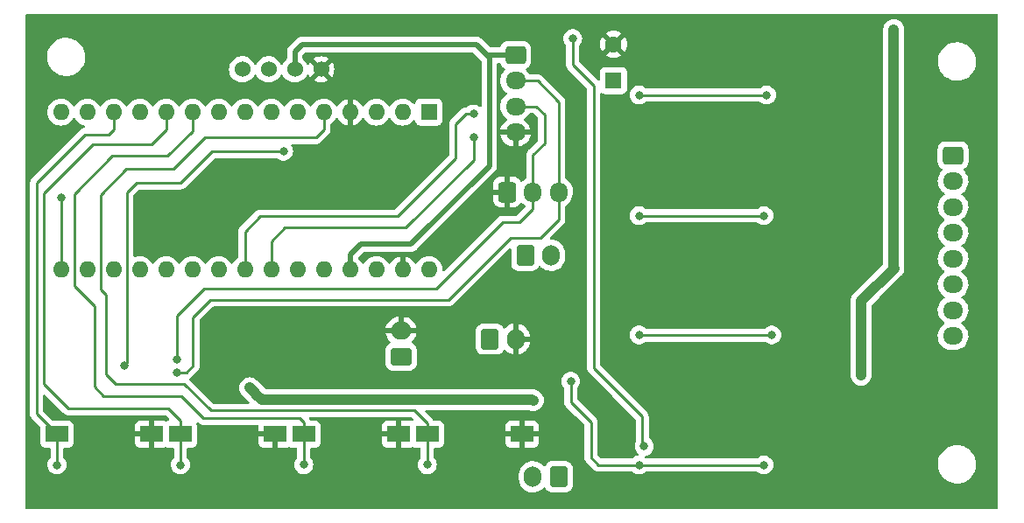
<source format=gbr>
G04 #@! TF.GenerationSoftware,KiCad,Pcbnew,7.0.8*
G04 #@! TF.CreationDate,2024-03-28T15:32:18+01:00*
G04 #@! TF.ProjectId,Prozessorplatine,50726f7a-6573-4736-9f72-706c6174696e,rev?*
G04 #@! TF.SameCoordinates,Original*
G04 #@! TF.FileFunction,Copper,L2,Bot*
G04 #@! TF.FilePolarity,Positive*
%FSLAX46Y46*%
G04 Gerber Fmt 4.6, Leading zero omitted, Abs format (unit mm)*
G04 Created by KiCad (PCBNEW 7.0.8) date 2024-03-28 15:32:18*
%MOMM*%
%LPD*%
G01*
G04 APERTURE LIST*
G04 Aperture macros list*
%AMRoundRect*
0 Rectangle with rounded corners*
0 $1 Rounding radius*
0 $2 $3 $4 $5 $6 $7 $8 $9 X,Y pos of 4 corners*
0 Add a 4 corners polygon primitive as box body*
4,1,4,$2,$3,$4,$5,$6,$7,$8,$9,$2,$3,0*
0 Add four circle primitives for the rounded corners*
1,1,$1+$1,$2,$3*
1,1,$1+$1,$4,$5*
1,1,$1+$1,$6,$7*
1,1,$1+$1,$8,$9*
0 Add four rect primitives between the rounded corners*
20,1,$1+$1,$2,$3,$4,$5,0*
20,1,$1+$1,$4,$5,$6,$7,0*
20,1,$1+$1,$6,$7,$8,$9,0*
20,1,$1+$1,$8,$9,$2,$3,0*%
G04 Aperture macros list end*
G04 #@! TA.AperFunction,ComponentPad*
%ADD10RoundRect,0.250000X-0.725000X0.600000X-0.725000X-0.600000X0.725000X-0.600000X0.725000X0.600000X0*%
G04 #@! TD*
G04 #@! TA.AperFunction,ComponentPad*
%ADD11O,1.950000X1.700000*%
G04 #@! TD*
G04 #@! TA.AperFunction,ComponentPad*
%ADD12RoundRect,0.250000X-0.600000X-0.725000X0.600000X-0.725000X0.600000X0.725000X-0.600000X0.725000X0*%
G04 #@! TD*
G04 #@! TA.AperFunction,ComponentPad*
%ADD13O,1.700000X1.950000*%
G04 #@! TD*
G04 #@! TA.AperFunction,ComponentPad*
%ADD14R,1.600000X1.600000*%
G04 #@! TD*
G04 #@! TA.AperFunction,ComponentPad*
%ADD15O,1.600000X1.600000*%
G04 #@! TD*
G04 #@! TA.AperFunction,ComponentPad*
%ADD16C,1.600000*%
G04 #@! TD*
G04 #@! TA.AperFunction,ComponentPad*
%ADD17RoundRect,0.250000X0.600000X0.750000X-0.600000X0.750000X-0.600000X-0.750000X0.600000X-0.750000X0*%
G04 #@! TD*
G04 #@! TA.AperFunction,ComponentPad*
%ADD18O,1.700000X2.000000*%
G04 #@! TD*
G04 #@! TA.AperFunction,ComponentPad*
%ADD19RoundRect,0.250000X-0.600000X-0.750000X0.600000X-0.750000X0.600000X0.750000X-0.600000X0.750000X0*%
G04 #@! TD*
G04 #@! TA.AperFunction,ComponentPad*
%ADD20RoundRect,0.250000X0.750000X-0.600000X0.750000X0.600000X-0.750000X0.600000X-0.750000X-0.600000X0*%
G04 #@! TD*
G04 #@! TA.AperFunction,ComponentPad*
%ADD21O,2.000000X1.700000*%
G04 #@! TD*
G04 #@! TA.AperFunction,SMDPad,CuDef*
%ADD22R,2.180000X1.600000*%
G04 #@! TD*
G04 #@! TA.AperFunction,ComponentPad*
%ADD23C,1.524000*%
G04 #@! TD*
G04 #@! TA.AperFunction,ViaPad*
%ADD24C,0.800000*%
G04 #@! TD*
G04 #@! TA.AperFunction,Conductor*
%ADD25C,1.000000*%
G04 #@! TD*
G04 #@! TA.AperFunction,Conductor*
%ADD26C,0.500000*%
G04 #@! TD*
G04 #@! TA.AperFunction,Conductor*
%ADD27C,0.250000*%
G04 #@! TD*
G04 APERTURE END LIST*
D10*
X232156000Y-67818000D03*
D11*
X232156000Y-70318000D03*
X232156000Y-72818000D03*
X232156000Y-75318000D03*
X232156000Y-77818000D03*
X232156000Y-80318000D03*
X232156000Y-82818000D03*
X232156000Y-85318000D03*
D12*
X189039500Y-71374000D03*
D13*
X191539500Y-71374000D03*
X194039500Y-71374000D03*
D14*
X181483000Y-63627000D03*
D15*
X178943000Y-63627000D03*
X176403000Y-63627000D03*
X173863000Y-63627000D03*
X171323000Y-63627000D03*
X168783000Y-63627000D03*
X166243000Y-63627000D03*
X163703000Y-63627000D03*
X161163000Y-63627000D03*
X158623000Y-63627000D03*
X156083000Y-63627000D03*
X153543000Y-63627000D03*
X151003000Y-63627000D03*
X148463000Y-63627000D03*
X145923000Y-63627000D03*
X145923000Y-78867000D03*
X148463000Y-78867000D03*
X151003000Y-78867000D03*
X153543000Y-78867000D03*
X156083000Y-78867000D03*
X158623000Y-78867000D03*
X161163000Y-78867000D03*
X163703000Y-78867000D03*
X166243000Y-78867000D03*
X168783000Y-78867000D03*
X171323000Y-78867000D03*
X173863000Y-78867000D03*
X176403000Y-78867000D03*
X178943000Y-78867000D03*
X181483000Y-78867000D03*
D10*
X189865000Y-58102500D03*
D11*
X189865000Y-60602500D03*
X189865000Y-63102500D03*
X189865000Y-65602500D03*
D14*
X199326500Y-60579000D03*
D16*
X199326500Y-57079000D03*
D17*
X194056000Y-98933000D03*
D18*
X191556000Y-98933000D03*
D19*
X190800000Y-77500000D03*
D18*
X193300000Y-77500000D03*
D20*
X178800000Y-87300000D03*
D21*
X178800000Y-84800000D03*
D19*
X187400000Y-85600000D03*
D18*
X189900000Y-85600000D03*
D22*
X181338000Y-94805500D03*
X190518000Y-94805500D03*
X169400000Y-94805500D03*
X178580000Y-94805500D03*
X157462000Y-94805500D03*
X166642000Y-94805500D03*
X145524000Y-94805500D03*
X154704000Y-94805500D03*
D23*
X171069000Y-59499500D03*
X168529000Y-59499500D03*
X165989000Y-59499500D03*
X163449000Y-59499500D03*
D24*
X218059000Y-58547000D03*
X219147000Y-58547000D03*
X216535000Y-58547000D03*
X215519000Y-58547000D03*
X218059000Y-82042000D03*
X215519000Y-82042000D03*
X219147000Y-82042000D03*
X216535000Y-82042000D03*
X165036500Y-97790000D03*
X219147000Y-70231000D03*
X199390000Y-68135500D03*
X216535000Y-70231000D03*
X189484000Y-97853500D03*
X167513000Y-86741000D03*
X170624500Y-86804500D03*
X218059000Y-70231000D03*
X199390000Y-93091000D03*
X177165000Y-97790000D03*
X199390000Y-80772000D03*
X218059000Y-93853000D03*
X170624500Y-82804000D03*
X167513000Y-82804000D03*
X219147000Y-93853000D03*
X215519000Y-93853000D03*
X159258000Y-58102500D03*
X216535000Y-93853000D03*
X215519000Y-70231000D03*
X153162000Y-97790000D03*
X226441000Y-68326000D03*
X191564000Y-91564000D03*
X164782500Y-90932000D03*
X223266000Y-89090500D03*
X226420000Y-55647000D03*
X226441000Y-78740000D03*
X164179250Y-90328750D03*
X181338000Y-97772000D03*
X169400000Y-97772000D03*
X157480000Y-97790000D03*
X145542000Y-97790000D03*
X185801000Y-66040000D03*
X185801000Y-63817500D03*
X157162500Y-87566500D03*
X157162500Y-88836500D03*
X201803000Y-61976000D03*
X214122000Y-61976000D03*
X201803000Y-73660000D03*
X213868000Y-73660000D03*
X201803000Y-85217000D03*
X214630000Y-85217000D03*
X213868000Y-97790000D03*
X201803000Y-97790000D03*
X195199000Y-89699000D03*
X167449500Y-67437000D03*
X152019000Y-88201500D03*
X195389500Y-56515000D03*
X202300000Y-96000000D03*
X145923000Y-71945500D03*
D25*
X164782500Y-90932000D02*
X164687250Y-90836750D01*
X182228250Y-91471750D02*
X184571750Y-91471750D01*
X223266000Y-81915000D02*
X226441000Y-78740000D01*
X191600000Y-91528000D02*
X191564000Y-91564000D01*
X226420000Y-78719000D02*
X226441000Y-78740000D01*
X184571750Y-91471750D02*
X191471750Y-91471750D01*
X164782500Y-90932000D02*
X165322250Y-91471750D01*
X226420000Y-55647000D02*
X226420000Y-78719000D01*
X165322250Y-91471750D02*
X182228250Y-91471750D01*
X223266000Y-89090500D02*
X223266000Y-81915000D01*
X164179250Y-90328750D02*
X164687250Y-90836750D01*
X191471750Y-91471750D02*
X191564000Y-91564000D01*
D26*
X187325000Y-59690000D02*
X187325000Y-58991500D01*
X187325000Y-68834000D02*
X179768500Y-76390500D01*
X186055000Y-57086500D02*
X186848750Y-57880250D01*
X169227500Y-57086500D02*
X168529000Y-57785000D01*
X189865000Y-58102500D02*
X187071000Y-58102500D01*
X179768500Y-76390500D02*
X174879000Y-76390500D01*
X187325000Y-58356500D02*
X187325000Y-59690000D01*
X186848750Y-57880250D02*
X187325000Y-58356500D01*
X187071000Y-58102500D02*
X186848750Y-57880250D01*
X183642000Y-57086500D02*
X186055000Y-57086500D01*
X168529000Y-57785000D02*
X168529000Y-59499500D01*
X173863000Y-77406500D02*
X173863000Y-78867000D01*
X174879000Y-76390500D02*
X173863000Y-77406500D01*
X187325000Y-59690000D02*
X187325000Y-68834000D01*
X183642000Y-57086500D02*
X169227500Y-57086500D01*
D27*
X181338000Y-94805500D02*
X181338000Y-97772000D01*
X150304500Y-89027000D02*
X150304500Y-81343500D01*
X151193500Y-89916000D02*
X150304500Y-89027000D01*
X170561000Y-66103500D02*
X171323000Y-65341500D01*
X159829500Y-66103500D02*
X170561000Y-66103500D01*
X181338000Y-93771500D02*
X180086000Y-92519500D01*
X157797500Y-89916000D02*
X151193500Y-89916000D01*
X171323000Y-65341500D02*
X171323000Y-63627000D01*
X180086000Y-92519500D02*
X160401000Y-92519500D01*
X150304500Y-81343500D02*
X149733000Y-80772000D01*
X156781500Y-69151500D02*
X159829500Y-66103500D01*
X149733000Y-80772000D02*
X149733000Y-71628000D01*
X149733000Y-71628000D02*
X152209500Y-69151500D01*
X181338000Y-94805500D02*
X181338000Y-93771500D01*
X160401000Y-92519500D02*
X157797500Y-89916000D01*
X152209500Y-69151500D02*
X156781500Y-69151500D01*
X157543500Y-91122500D02*
X150050500Y-91122500D01*
X150050500Y-91122500D02*
X149161500Y-90233500D01*
X149161500Y-82423000D02*
X147193000Y-80454500D01*
X169400000Y-94805500D02*
X169400000Y-93708000D01*
X169400000Y-94805500D02*
X169400000Y-97772000D01*
X149161500Y-90233500D02*
X149161500Y-82423000D01*
X147193000Y-71564500D02*
X150876000Y-67881500D01*
X159702500Y-93281500D02*
X157543500Y-91122500D01*
X150876000Y-67881500D02*
X156210000Y-67881500D01*
X169400000Y-93708000D02*
X168973500Y-93281500D01*
X156210000Y-67881500D02*
X158623000Y-65468500D01*
X147193000Y-80454500D02*
X147193000Y-71564500D01*
X168973500Y-93281500D02*
X159702500Y-93281500D01*
X158623000Y-65468500D02*
X158623000Y-63627000D01*
X156083000Y-65341500D02*
X156083000Y-63627000D01*
X144272000Y-89979500D02*
X144272000Y-71501000D01*
X157480000Y-94823500D02*
X157462000Y-94805500D01*
X146621500Y-92329000D02*
X144272000Y-89979500D01*
X149034500Y-66738500D02*
X154686000Y-66738500D01*
X157462000Y-93517500D02*
X156273500Y-92329000D01*
X154686000Y-66738500D02*
X156083000Y-65341500D01*
X156273500Y-92329000D02*
X146621500Y-92329000D01*
X157480000Y-97790000D02*
X157480000Y-94823500D01*
X144272000Y-71501000D02*
X149034500Y-66738500D01*
X157462000Y-94805500D02*
X157462000Y-93517500D01*
X143573500Y-92855000D02*
X143573500Y-70485000D01*
X148272500Y-65786000D02*
X143573500Y-70485000D01*
X145524000Y-94805500D02*
X143573500Y-92855000D01*
X145542000Y-97790000D02*
X145542000Y-94823500D01*
X151003000Y-65278000D02*
X151003000Y-63627000D01*
X148272500Y-65786000D02*
X150495000Y-65786000D01*
X145542000Y-94823500D02*
X145524000Y-94805500D01*
X150495000Y-65786000D02*
X151003000Y-65278000D01*
X166243000Y-77406500D02*
X166243000Y-78867000D01*
X185801000Y-68262500D02*
X179260500Y-74803000D01*
X167576500Y-74803000D02*
X166243000Y-76136500D01*
X185801000Y-66040000D02*
X185801000Y-68262500D01*
X166243000Y-76136500D02*
X166243000Y-77406500D01*
X179260500Y-74803000D02*
X167576500Y-74803000D01*
X163703000Y-75184000D02*
X163703000Y-78867000D01*
X165163500Y-73723500D02*
X163703000Y-75184000D01*
X184086500Y-66040000D02*
X184086500Y-68072000D01*
X184086500Y-66040000D02*
X184086500Y-64770000D01*
X184086500Y-64770000D02*
X185039000Y-63817500D01*
X185039000Y-63817500D02*
X185801000Y-63817500D01*
X178435000Y-73723500D02*
X165163500Y-73723500D01*
X184086500Y-68072000D02*
X178435000Y-73723500D01*
X159800000Y-80700000D02*
X182190000Y-80700000D01*
X191539500Y-67794500D02*
X192659000Y-66675000D01*
X188595000Y-74295000D02*
X190246000Y-74295000D01*
X157162500Y-83337500D02*
X159800000Y-80700000D01*
X192659000Y-63881000D02*
X191880500Y-63102500D01*
X191539500Y-71374000D02*
X191539500Y-67794500D01*
X191880500Y-63102500D02*
X189865000Y-63102500D01*
X192659000Y-66675000D02*
X192659000Y-63881000D01*
X190246000Y-74295000D02*
X191539500Y-73001500D01*
X191539500Y-73001500D02*
X191539500Y-71374000D01*
X182190000Y-80700000D02*
X188595000Y-74295000D01*
X157162500Y-87566500D02*
X157162500Y-83337500D01*
X183376000Y-81800000D02*
X189357000Y-75819000D01*
X192278000Y-75819000D02*
X194039500Y-74057500D01*
X158700000Y-83500000D02*
X160400000Y-81800000D01*
X158700000Y-88200000D02*
X158700000Y-83500000D01*
X194039500Y-74057500D02*
X194039500Y-71374000D01*
X194039500Y-62658000D02*
X194039500Y-71374000D01*
X157162500Y-88836500D02*
X158063500Y-88836500D01*
X189357000Y-75819000D02*
X192278000Y-75819000D01*
X158063500Y-88836500D02*
X158700000Y-88200000D01*
X191984000Y-60602500D02*
X194039500Y-62658000D01*
X189865000Y-60602500D02*
X191984000Y-60602500D01*
X160400000Y-81800000D02*
X183376000Y-81800000D01*
X214122000Y-61976000D02*
X201803000Y-61976000D01*
X213868000Y-73660000D02*
X201803000Y-73660000D01*
X214630000Y-85217000D02*
X201803000Y-85217000D01*
X195199000Y-89699000D02*
X195199000Y-91694000D01*
X197167500Y-97091500D02*
X197866000Y-97790000D01*
X197866000Y-97790000D02*
X201803000Y-97790000D01*
X197167500Y-93662500D02*
X197167500Y-97091500D01*
X195199000Y-91694000D02*
X197167500Y-93662500D01*
X213868000Y-97790000D02*
X201803000Y-97790000D01*
X160528000Y-67437000D02*
X167449500Y-67437000D01*
X157480000Y-70485000D02*
X160528000Y-67437000D01*
X152273000Y-87947500D02*
X152273000Y-71437500D01*
X152273000Y-71437500D02*
X153225500Y-70485000D01*
X152019000Y-88201500D02*
X152273000Y-87947500D01*
X153225500Y-70485000D02*
X157480000Y-70485000D01*
X197421500Y-61087000D02*
X195389500Y-59055000D01*
X202300000Y-96000000D02*
X202100000Y-95800000D01*
X197421500Y-88421500D02*
X197421500Y-61087000D01*
X202100000Y-95800000D02*
X202100000Y-93100000D01*
X195389500Y-59055000D02*
X195389500Y-56515000D01*
X202100000Y-93100000D02*
X197421500Y-88421500D01*
X145923000Y-78867000D02*
X145923000Y-71945500D01*
G04 #@! TA.AperFunction,Conductor*
G36*
X188370598Y-58881002D02*
G01*
X188417091Y-58934658D01*
X188422079Y-58947360D01*
X188435220Y-58987016D01*
X188447885Y-59025238D01*
X188540970Y-59176152D01*
X188540975Y-59176158D01*
X188666341Y-59301524D01*
X188666347Y-59301529D01*
X188666348Y-59301530D01*
X188811014Y-59390761D01*
X188812306Y-59391558D01*
X188859784Y-59444344D01*
X188871187Y-59514419D01*
X188842894Y-59579535D01*
X188833344Y-59589765D01*
X188716521Y-59701730D01*
X188579013Y-59887654D01*
X188474903Y-60094147D01*
X188443871Y-60195479D01*
X188407189Y-60315257D01*
X188381704Y-60514277D01*
X188377815Y-60544644D01*
X188387630Y-60775678D01*
X188436351Y-61001740D01*
X188522575Y-61216315D01*
X188522577Y-61216319D01*
X188620165Y-61374811D01*
X188643821Y-61413230D01*
X188796602Y-61586824D01*
X188976524Y-61732100D01*
X188997733Y-61743948D01*
X189047446Y-61794629D01*
X189061869Y-61864145D01*
X189036418Y-61930423D01*
X189006839Y-61958338D01*
X188883478Y-62041716D01*
X188883477Y-62041717D01*
X188716521Y-62201730D01*
X188579013Y-62387654D01*
X188474903Y-62594147D01*
X188434157Y-62727197D01*
X188407189Y-62815257D01*
X188380154Y-63026382D01*
X188377815Y-63044644D01*
X188387630Y-63275678D01*
X188436351Y-63501740D01*
X188522575Y-63716315D01*
X188522577Y-63716319D01*
X188608020Y-63855086D01*
X188643821Y-63913230D01*
X188796602Y-64086824D01*
X188976524Y-64232100D01*
X188998222Y-64244221D01*
X189047935Y-64294901D01*
X189062358Y-64364418D01*
X189036907Y-64430696D01*
X189007328Y-64458611D01*
X188883794Y-64542106D01*
X188883786Y-64542112D01*
X188716903Y-64702056D01*
X188716897Y-64702064D01*
X188579443Y-64887913D01*
X188475369Y-65094334D01*
X188407679Y-65315364D01*
X188403437Y-65348500D01*
X189463602Y-65348500D01*
X189428481Y-65403149D01*
X189390000Y-65534205D01*
X189390000Y-65670795D01*
X189428481Y-65801851D01*
X189463602Y-65856500D01*
X188405561Y-65856500D01*
X188436831Y-66001593D01*
X188523022Y-66216087D01*
X188644227Y-66412935D01*
X188796951Y-66586461D01*
X188796954Y-66586464D01*
X188976800Y-66731680D01*
X189178617Y-66844422D01*
X189396570Y-66921431D01*
X189611000Y-66958198D01*
X189611000Y-66008691D01*
X189729801Y-66062946D01*
X189831025Y-66077500D01*
X189898975Y-66077500D01*
X190000199Y-66062946D01*
X190119000Y-66008691D01*
X190119000Y-66954430D01*
X190220331Y-66945805D01*
X190220338Y-66945804D01*
X190444033Y-66887559D01*
X190654678Y-66792342D01*
X190654684Y-66792339D01*
X190846205Y-66662893D01*
X190846213Y-66662887D01*
X191013096Y-66502943D01*
X191013102Y-66502935D01*
X191150556Y-66317086D01*
X191254630Y-66110665D01*
X191322320Y-65889635D01*
X191326563Y-65856500D01*
X190266398Y-65856500D01*
X190301519Y-65801851D01*
X190340000Y-65670795D01*
X190340000Y-65534205D01*
X190301519Y-65403149D01*
X190266398Y-65348500D01*
X191324439Y-65348500D01*
X191293168Y-65203406D01*
X191206977Y-64988912D01*
X191085772Y-64792064D01*
X190933048Y-64618538D01*
X190933045Y-64618535D01*
X190753197Y-64473317D01*
X190753192Y-64473314D01*
X190731801Y-64461364D01*
X190682087Y-64410679D01*
X190667667Y-64341162D01*
X190693120Y-64274885D01*
X190722690Y-64246979D01*
X190846523Y-64163283D01*
X191013476Y-64003272D01*
X191150985Y-63817347D01*
X191157073Y-63805271D01*
X191205603Y-63753451D01*
X191269581Y-63736000D01*
X191565906Y-63736000D01*
X191634027Y-63756002D01*
X191655001Y-63772905D01*
X191988595Y-64106499D01*
X192022621Y-64168811D01*
X192025500Y-64195594D01*
X192025500Y-66360403D01*
X192005498Y-66428524D01*
X191988595Y-66449499D01*
X191150833Y-67287260D01*
X191138401Y-67297221D01*
X191138589Y-67297448D01*
X191132480Y-67302501D01*
X191084515Y-67353579D01*
X191063366Y-67374727D01*
X191059060Y-67380277D01*
X191055214Y-67384779D01*
X191022917Y-67419174D01*
X191022911Y-67419183D01*
X191013151Y-67436935D01*
X191002303Y-67453450D01*
X190989886Y-67469458D01*
X190971145Y-67512764D01*
X190968534Y-67518094D01*
X190945805Y-67559439D01*
X190945803Y-67559444D01*
X190940767Y-67579059D01*
X190934364Y-67597762D01*
X190926319Y-67616352D01*
X190918937Y-67662956D01*
X190917733Y-67668768D01*
X190906000Y-67714468D01*
X190906000Y-67734723D01*
X190904449Y-67754433D01*
X190901280Y-67774442D01*
X190901280Y-67774443D01*
X190905720Y-67821417D01*
X190906000Y-67827350D01*
X190906000Y-69973307D01*
X190885998Y-70041428D01*
X190846064Y-70080599D01*
X190728770Y-70152820D01*
X190555178Y-70305599D01*
X190532700Y-70333438D01*
X190474342Y-70373872D01*
X190403388Y-70376337D01*
X190342365Y-70340050D01*
X190327427Y-70320427D01*
X190238136Y-70175663D01*
X190238129Y-70175654D01*
X190112845Y-70050370D01*
X190112839Y-70050365D01*
X189962025Y-69957342D01*
X189793821Y-69901606D01*
X189793818Y-69901605D01*
X189690016Y-69891000D01*
X189293500Y-69891000D01*
X189293500Y-70967808D01*
X189174699Y-70913554D01*
X189073475Y-70899000D01*
X189005525Y-70899000D01*
X188904301Y-70913554D01*
X188785500Y-70967808D01*
X188785500Y-69891000D01*
X188388983Y-69891000D01*
X188285181Y-69901605D01*
X188285178Y-69901606D01*
X188116974Y-69957342D01*
X187966160Y-70050365D01*
X187966154Y-70050370D01*
X187840870Y-70175654D01*
X187840865Y-70175660D01*
X187747842Y-70326474D01*
X187692106Y-70494678D01*
X187692105Y-70494681D01*
X187681500Y-70598483D01*
X187681500Y-71120000D01*
X188638102Y-71120000D01*
X188602981Y-71174649D01*
X188564500Y-71305705D01*
X188564500Y-71442295D01*
X188602981Y-71573351D01*
X188638102Y-71628000D01*
X187681500Y-71628000D01*
X187681500Y-72149516D01*
X187692105Y-72253318D01*
X187692106Y-72253321D01*
X187747842Y-72421525D01*
X187840865Y-72572339D01*
X187840870Y-72572345D01*
X187966154Y-72697629D01*
X187966160Y-72697634D01*
X188116974Y-72790657D01*
X188285178Y-72846393D01*
X188285181Y-72846394D01*
X188388983Y-72856999D01*
X188388983Y-72857000D01*
X188785500Y-72857000D01*
X188785500Y-71780191D01*
X188904301Y-71834446D01*
X189005525Y-71849000D01*
X189073475Y-71849000D01*
X189174699Y-71834446D01*
X189293500Y-71780191D01*
X189293500Y-72857000D01*
X189690017Y-72857000D01*
X189690016Y-72856999D01*
X189793818Y-72846394D01*
X189793821Y-72846393D01*
X189962025Y-72790657D01*
X190112839Y-72697634D01*
X190112845Y-72697629D01*
X190238129Y-72572345D01*
X190238134Y-72572339D01*
X190328200Y-72426319D01*
X190380986Y-72378841D01*
X190451060Y-72367438D01*
X190516176Y-72395730D01*
X190526398Y-72405273D01*
X190600358Y-72482441D01*
X190638730Y-72522478D01*
X190710910Y-72575861D01*
X190799295Y-72641230D01*
X190842170Y-72697817D01*
X190847645Y-72768602D01*
X190813981Y-72831111D01*
X190813467Y-72831628D01*
X190020498Y-73624596D01*
X189958188Y-73658620D01*
X189931405Y-73661500D01*
X188678853Y-73661500D01*
X188663011Y-73659750D01*
X188662984Y-73660044D01*
X188655091Y-73659297D01*
X188585028Y-73661500D01*
X188555144Y-73661500D01*
X188555140Y-73661500D01*
X188555129Y-73661501D01*
X188548190Y-73662377D01*
X188542277Y-73662843D01*
X188495114Y-73664325D01*
X188495107Y-73664327D01*
X188475649Y-73669979D01*
X188456304Y-73673985D01*
X188436206Y-73676525D01*
X188436197Y-73676527D01*
X188392331Y-73693894D01*
X188386716Y-73695817D01*
X188341408Y-73708981D01*
X188323964Y-73719297D01*
X188306218Y-73727990D01*
X188287382Y-73735448D01*
X188249209Y-73763181D01*
X188244248Y-73766440D01*
X188203638Y-73790458D01*
X188189311Y-73804784D01*
X188174285Y-73817617D01*
X188157895Y-73829525D01*
X188157893Y-73829527D01*
X188127808Y-73865892D01*
X188123812Y-73870283D01*
X183009588Y-78984505D01*
X182947276Y-79018531D01*
X182876461Y-79013466D01*
X182819625Y-78970919D01*
X182794814Y-78904399D01*
X182794972Y-78884431D01*
X182796498Y-78867000D01*
X182776543Y-78638913D01*
X182717284Y-78417757D01*
X182620523Y-78210251D01*
X182489198Y-78022700D01*
X182327300Y-77860802D01*
X182327291Y-77860796D01*
X182139749Y-77729477D01*
X181932246Y-77632717D01*
X181932240Y-77632715D01*
X181774225Y-77590375D01*
X181711087Y-77573457D01*
X181483000Y-77553502D01*
X181254913Y-77573457D01*
X181033759Y-77632715D01*
X181033753Y-77632717D01*
X180826250Y-77729477D01*
X180638703Y-77860799D01*
X180638697Y-77860804D01*
X180476804Y-78022697D01*
X180476799Y-78022703D01*
X180345475Y-78210252D01*
X180326918Y-78250049D01*
X180280001Y-78303333D01*
X180211724Y-78322794D01*
X180143764Y-78302252D01*
X180098530Y-78250049D01*
X180080089Y-78210503D01*
X179948815Y-78023025D01*
X179948810Y-78023019D01*
X179786980Y-77861189D01*
X179786974Y-77861184D01*
X179599498Y-77729912D01*
X179392073Y-77633188D01*
X179392071Y-77633187D01*
X179197000Y-77580917D01*
X179197000Y-78555314D01*
X179181045Y-78539359D01*
X179068148Y-78481835D01*
X178974481Y-78467000D01*
X178911519Y-78467000D01*
X178817852Y-78481835D01*
X178704955Y-78539359D01*
X178689000Y-78555314D01*
X178689000Y-77580917D01*
X178688999Y-77580917D01*
X178493928Y-77633187D01*
X178493926Y-77633188D01*
X178286501Y-77729912D01*
X178099025Y-77861184D01*
X178099019Y-77861189D01*
X177937189Y-78023019D01*
X177937184Y-78023025D01*
X177805910Y-78210504D01*
X177787468Y-78250051D01*
X177740550Y-78303335D01*
X177672272Y-78322794D01*
X177604313Y-78302250D01*
X177559080Y-78250047D01*
X177543781Y-78217238D01*
X177540523Y-78210251D01*
X177409198Y-78022700D01*
X177247300Y-77860802D01*
X177247291Y-77860796D01*
X177059749Y-77729477D01*
X176852246Y-77632717D01*
X176852240Y-77632715D01*
X176694225Y-77590375D01*
X176631087Y-77573457D01*
X176403000Y-77553502D01*
X176174913Y-77573457D01*
X175953759Y-77632715D01*
X175953753Y-77632717D01*
X175746250Y-77729477D01*
X175558703Y-77860799D01*
X175558697Y-77860804D01*
X175396804Y-78022697D01*
X175396799Y-78022703D01*
X175265477Y-78210250D01*
X175247195Y-78249457D01*
X175200278Y-78302742D01*
X175132001Y-78322203D01*
X175064041Y-78301661D01*
X175018805Y-78249457D01*
X175003781Y-78217238D01*
X175000523Y-78210251D01*
X174869198Y-78022700D01*
X174707300Y-77860802D01*
X174707296Y-77860799D01*
X174707293Y-77860796D01*
X174697424Y-77853886D01*
X174653096Y-77798428D01*
X174645788Y-77727809D01*
X174677820Y-77664449D01*
X174680539Y-77661641D01*
X175156278Y-77185902D01*
X175218588Y-77151879D01*
X175245371Y-77149000D01*
X179704059Y-77149000D01*
X179722319Y-77150330D01*
X179727215Y-77151047D01*
X179746289Y-77153841D01*
X179779646Y-77150922D01*
X179798885Y-77149240D01*
X179804378Y-77149000D01*
X179812676Y-77149000D01*
X179812680Y-77149000D01*
X179839012Y-77145921D01*
X179845596Y-77145152D01*
X179852361Y-77144560D01*
X179922926Y-77138387D01*
X179922932Y-77138384D01*
X179930118Y-77136902D01*
X179930131Y-77136968D01*
X179937487Y-77135336D01*
X179937472Y-77135271D01*
X179944604Y-77133579D01*
X179944613Y-77133579D01*
X180017565Y-77107026D01*
X180091238Y-77082614D01*
X180091240Y-77082612D01*
X180097889Y-77079512D01*
X180097918Y-77079574D01*
X180104703Y-77076289D01*
X180104673Y-77076229D01*
X180111228Y-77072936D01*
X180111232Y-77072935D01*
X180176105Y-77030266D01*
X180242151Y-76989530D01*
X180242160Y-76989520D01*
X180247908Y-76984977D01*
X180247950Y-76985031D01*
X180253789Y-76980275D01*
X180253746Y-76980223D01*
X180259365Y-76975506D01*
X180259374Y-76975501D01*
X180312663Y-76919017D01*
X187815778Y-69415901D01*
X187829617Y-69403941D01*
X187849058Y-69389469D01*
X187883001Y-69349015D01*
X187886700Y-69344979D01*
X187892581Y-69339100D01*
X187902547Y-69326494D01*
X187913135Y-69313105D01*
X187960030Y-69257217D01*
X187963032Y-69253640D01*
X187963033Y-69253636D01*
X187963036Y-69253634D01*
X187967070Y-69247502D01*
X187967127Y-69247539D01*
X187971171Y-69241191D01*
X187971112Y-69241155D01*
X187974961Y-69234912D01*
X187974967Y-69234905D01*
X188007775Y-69164547D01*
X188042609Y-69095188D01*
X188042610Y-69095182D01*
X188045119Y-69088291D01*
X188045184Y-69088314D01*
X188047658Y-69081197D01*
X188047594Y-69081176D01*
X188049903Y-69074208D01*
X188065607Y-68998150D01*
X188071165Y-68974698D01*
X188083500Y-68922656D01*
X188083500Y-68922649D01*
X188084352Y-68915368D01*
X188084419Y-68915375D01*
X188085185Y-68907877D01*
X188085119Y-68907872D01*
X188085757Y-68900565D01*
X188085759Y-68900558D01*
X188083500Y-68822920D01*
X188083500Y-59645820D01*
X188083500Y-58987000D01*
X188103502Y-58918879D01*
X188157158Y-58872386D01*
X188209500Y-58861000D01*
X188302477Y-58861000D01*
X188370598Y-58881002D01*
G37*
G04 #@! TD.AperFunction*
G04 #@! TA.AperFunction,Conductor*
G36*
X236454121Y-54147502D02*
G01*
X236500614Y-54201158D01*
X236512000Y-54253500D01*
X236512000Y-101956500D01*
X236491998Y-102024621D01*
X236438342Y-102071114D01*
X236386000Y-102082500D01*
X142645500Y-102082500D01*
X142577379Y-102062498D01*
X142530886Y-102008842D01*
X142519500Y-101956500D01*
X142519500Y-99140713D01*
X190197500Y-99140713D01*
X190212198Y-99313417D01*
X190212199Y-99313421D01*
X190261636Y-99503282D01*
X190270470Y-99537207D01*
X190288458Y-99577000D01*
X190359223Y-99733553D01*
X190365722Y-99747929D01*
X190495217Y-99939523D01*
X190578480Y-100026398D01*
X190655230Y-100106478D01*
X190841154Y-100243986D01*
X190908841Y-100278112D01*
X191047643Y-100348095D01*
X191268757Y-100415811D01*
X191498135Y-100445184D01*
X191729178Y-100435369D01*
X191955238Y-100386649D01*
X192169813Y-100300426D01*
X192366730Y-100179179D01*
X192540324Y-100026398D01*
X192562464Y-99998977D01*
X192620818Y-99958542D01*
X192691771Y-99956074D01*
X192752796Y-99992358D01*
X192767735Y-100011981D01*
X192826021Y-100106476D01*
X192856970Y-100156652D01*
X192856975Y-100156658D01*
X192982341Y-100282024D01*
X192982347Y-100282029D01*
X192982348Y-100282030D01*
X193133262Y-100375115D01*
X193301574Y-100430887D01*
X193405455Y-100441500D01*
X194706544Y-100441499D01*
X194810426Y-100430887D01*
X194978738Y-100375115D01*
X195129652Y-100282030D01*
X195255030Y-100156652D01*
X195348115Y-100005738D01*
X195403887Y-99837426D01*
X195414500Y-99733545D01*
X195414499Y-98132456D01*
X195403887Y-98028574D01*
X195348115Y-97860262D01*
X195255030Y-97709348D01*
X195255029Y-97709347D01*
X195255024Y-97709341D01*
X195129658Y-97583975D01*
X195129652Y-97583970D01*
X195091724Y-97560576D01*
X194978738Y-97490885D01*
X194894582Y-97462999D01*
X194810427Y-97435113D01*
X194810420Y-97435112D01*
X194706553Y-97424500D01*
X193405455Y-97424500D01*
X193301574Y-97435112D01*
X193133261Y-97490885D01*
X192982347Y-97583970D01*
X192982341Y-97583975D01*
X192856975Y-97709341D01*
X192856968Y-97709349D01*
X192766940Y-97855307D01*
X192714154Y-97902784D01*
X192644079Y-97914187D01*
X192578964Y-97885894D01*
X192568738Y-97876348D01*
X192456772Y-97759524D01*
X192456771Y-97759523D01*
X192456769Y-97759521D01*
X192270845Y-97622013D01*
X192135470Y-97553759D01*
X192064357Y-97517905D01*
X192064354Y-97517904D01*
X192064352Y-97517903D01*
X191949940Y-97482865D01*
X191843243Y-97450189D01*
X191613865Y-97420816D01*
X191613861Y-97420816D01*
X191613853Y-97420815D01*
X191382821Y-97430630D01*
X191156759Y-97479351D01*
X190942184Y-97565575D01*
X190942180Y-97565577D01*
X190745272Y-97686819D01*
X190745268Y-97686822D01*
X190571676Y-97839601D01*
X190472906Y-97961927D01*
X190426400Y-98019524D01*
X190363313Y-98132455D01*
X190313619Y-98221410D01*
X190236582Y-98439442D01*
X190236582Y-98439443D01*
X190231537Y-98468866D01*
X190197500Y-98667375D01*
X190197500Y-98667378D01*
X190197500Y-99140713D01*
X142519500Y-99140713D01*
X142519500Y-70464943D01*
X142935280Y-70464943D01*
X142939720Y-70511917D01*
X142940000Y-70517850D01*
X142940000Y-92771146D01*
X142938251Y-92786988D01*
X142938544Y-92787016D01*
X142937798Y-92794907D01*
X142937798Y-92794909D01*
X142938255Y-92809436D01*
X142940000Y-92864957D01*
X142940000Y-92894851D01*
X142940001Y-92894872D01*
X142940878Y-92901820D01*
X142941344Y-92907732D01*
X142942826Y-92954888D01*
X142942827Y-92954893D01*
X142948477Y-92974339D01*
X142952486Y-92993697D01*
X142955025Y-93013793D01*
X142955026Y-93013799D01*
X142972393Y-93057662D01*
X142974316Y-93063279D01*
X142987482Y-93108593D01*
X142997794Y-93126031D01*
X143006488Y-93143779D01*
X143013944Y-93162609D01*
X143013950Y-93162620D01*
X143041677Y-93200783D01*
X143044937Y-93205746D01*
X143068960Y-93246365D01*
X143083279Y-93260684D01*
X143096117Y-93275714D01*
X143105656Y-93288843D01*
X143108028Y-93292107D01*
X143117957Y-93300321D01*
X143144386Y-93322185D01*
X143148767Y-93326171D01*
X143541435Y-93718839D01*
X143888595Y-94065999D01*
X143922621Y-94128311D01*
X143925500Y-94155094D01*
X143925500Y-95654149D01*
X143932009Y-95714696D01*
X143932011Y-95714704D01*
X143983110Y-95851702D01*
X143983112Y-95851707D01*
X144070738Y-95968761D01*
X144187792Y-96056387D01*
X144187794Y-96056388D01*
X144187796Y-96056389D01*
X144246875Y-96078424D01*
X144324795Y-96107488D01*
X144324803Y-96107490D01*
X144385350Y-96113999D01*
X144385355Y-96113999D01*
X144385362Y-96114000D01*
X144782500Y-96114000D01*
X144850621Y-96134002D01*
X144897114Y-96187658D01*
X144908500Y-96240000D01*
X144908500Y-97087474D01*
X144888498Y-97155595D01*
X144876137Y-97171784D01*
X144802957Y-97253059D01*
X144707476Y-97418438D01*
X144707473Y-97418444D01*
X144699739Y-97442246D01*
X144648457Y-97600072D01*
X144628496Y-97790000D01*
X144648457Y-97979927D01*
X144664264Y-98028574D01*
X144707473Y-98161556D01*
X144707476Y-98161561D01*
X144802958Y-98326941D01*
X144802965Y-98326951D01*
X144930744Y-98468864D01*
X144930747Y-98468866D01*
X145085248Y-98581118D01*
X145259712Y-98658794D01*
X145446513Y-98698500D01*
X145637487Y-98698500D01*
X145824288Y-98658794D01*
X145998752Y-98581118D01*
X146153253Y-98468866D01*
X146168282Y-98452175D01*
X146281034Y-98326951D01*
X146281035Y-98326949D01*
X146281040Y-98326944D01*
X146376527Y-98161556D01*
X146435542Y-97979928D01*
X146455504Y-97790000D01*
X146435542Y-97600072D01*
X146376527Y-97418444D01*
X146281040Y-97253056D01*
X146207863Y-97171784D01*
X146177146Y-97107776D01*
X146175500Y-97087474D01*
X146175500Y-96240000D01*
X146195502Y-96171879D01*
X146249158Y-96125386D01*
X146301500Y-96114000D01*
X146662632Y-96114000D01*
X146662638Y-96114000D01*
X146662645Y-96113999D01*
X146662649Y-96113999D01*
X146723196Y-96107490D01*
X146723199Y-96107489D01*
X146723201Y-96107489D01*
X146860204Y-96056389D01*
X146860799Y-96055944D01*
X146977261Y-95968761D01*
X147064887Y-95851707D01*
X147064887Y-95851706D01*
X147064889Y-95851704D01*
X147115989Y-95714701D01*
X147122500Y-95654138D01*
X147122500Y-95059500D01*
X153106000Y-95059500D01*
X153106000Y-95654097D01*
X153112505Y-95714593D01*
X153163555Y-95851464D01*
X153163555Y-95851465D01*
X153251095Y-95968404D01*
X153368034Y-96055944D01*
X153504906Y-96106994D01*
X153565402Y-96113499D01*
X153565415Y-96113500D01*
X154450000Y-96113500D01*
X154450000Y-95059500D01*
X153106000Y-95059500D01*
X147122500Y-95059500D01*
X147122500Y-94551500D01*
X153106000Y-94551500D01*
X154450000Y-94551500D01*
X154450000Y-93497500D01*
X153565402Y-93497500D01*
X153504906Y-93504005D01*
X153368035Y-93555055D01*
X153368034Y-93555055D01*
X153251095Y-93642595D01*
X153163555Y-93759534D01*
X153163555Y-93759535D01*
X153112505Y-93896406D01*
X153106000Y-93956902D01*
X153106000Y-94551500D01*
X147122500Y-94551500D01*
X147122500Y-93956862D01*
X147120150Y-93935002D01*
X147115990Y-93896303D01*
X147115988Y-93896295D01*
X147074068Y-93783906D01*
X147064889Y-93759296D01*
X147064888Y-93759294D01*
X147064887Y-93759292D01*
X146977261Y-93642238D01*
X146860207Y-93554612D01*
X146860202Y-93554610D01*
X146723204Y-93503511D01*
X146723196Y-93503509D01*
X146662649Y-93497000D01*
X146662638Y-93497000D01*
X145163595Y-93497000D01*
X145095474Y-93476998D01*
X145074499Y-93460095D01*
X144243904Y-92629499D01*
X144209879Y-92567187D01*
X144207000Y-92540404D01*
X144207000Y-91114594D01*
X144227002Y-91046473D01*
X144280658Y-90999980D01*
X144350932Y-90989876D01*
X144415512Y-91019370D01*
X144422093Y-91025497D01*
X145270610Y-91874015D01*
X146114255Y-92717660D01*
X146124220Y-92730097D01*
X146124447Y-92729910D01*
X146129499Y-92736017D01*
X146180578Y-92783983D01*
X146201723Y-92805129D01*
X146201727Y-92805132D01*
X146201730Y-92805135D01*
X146207282Y-92809442D01*
X146211769Y-92813273D01*
X146234459Y-92834581D01*
X146246177Y-92845585D01*
X146246179Y-92845586D01*
X146263928Y-92855343D01*
X146280453Y-92866198D01*
X146296459Y-92878614D01*
X146326726Y-92891711D01*
X146339762Y-92897352D01*
X146345083Y-92899958D01*
X146386440Y-92922695D01*
X146386448Y-92922697D01*
X146406058Y-92927732D01*
X146424767Y-92934137D01*
X146443355Y-92942181D01*
X146489977Y-92949564D01*
X146495762Y-92950763D01*
X146541470Y-92962500D01*
X146561724Y-92962500D01*
X146581434Y-92964051D01*
X146583641Y-92964400D01*
X146601443Y-92967220D01*
X146635370Y-92964012D01*
X146648417Y-92962780D01*
X146654350Y-92962500D01*
X155958905Y-92962500D01*
X156027026Y-92982502D01*
X156048000Y-92999405D01*
X156337799Y-93289204D01*
X156371825Y-93351516D01*
X156366760Y-93422331D01*
X156324213Y-93479167D01*
X156270174Y-93500431D01*
X156270474Y-93501697D01*
X156262802Y-93503510D01*
X156262799Y-93503510D01*
X156262799Y-93503511D01*
X156261475Y-93504005D01*
X156126319Y-93554416D01*
X156055503Y-93559481D01*
X156038255Y-93554416D01*
X155903094Y-93504005D01*
X155903096Y-93504005D01*
X155842597Y-93497500D01*
X154958000Y-93497500D01*
X154958000Y-96113500D01*
X155842585Y-96113500D01*
X155842597Y-96113499D01*
X155903096Y-96106994D01*
X156038252Y-96056583D01*
X156109068Y-96051517D01*
X156126305Y-96056579D01*
X156227542Y-96094339D01*
X156262798Y-96107489D01*
X156262803Y-96107490D01*
X156323350Y-96113999D01*
X156323355Y-96113999D01*
X156323362Y-96114000D01*
X156720500Y-96114000D01*
X156788621Y-96134002D01*
X156835114Y-96187658D01*
X156846500Y-96240000D01*
X156846500Y-97087474D01*
X156826498Y-97155595D01*
X156814137Y-97171784D01*
X156740957Y-97253059D01*
X156645476Y-97418438D01*
X156645473Y-97418444D01*
X156637739Y-97442246D01*
X156586457Y-97600072D01*
X156566496Y-97790000D01*
X156586457Y-97979927D01*
X156602264Y-98028574D01*
X156645473Y-98161556D01*
X156645476Y-98161561D01*
X156740958Y-98326941D01*
X156740965Y-98326951D01*
X156868744Y-98468864D01*
X156868747Y-98468866D01*
X157023248Y-98581118D01*
X157197712Y-98658794D01*
X157384513Y-98698500D01*
X157575487Y-98698500D01*
X157762288Y-98658794D01*
X157936752Y-98581118D01*
X158091253Y-98468866D01*
X158106282Y-98452175D01*
X158219034Y-98326951D01*
X158219035Y-98326949D01*
X158219040Y-98326944D01*
X158314527Y-98161556D01*
X158373542Y-97979928D01*
X158393504Y-97790000D01*
X158373542Y-97600072D01*
X158314527Y-97418444D01*
X158219040Y-97253056D01*
X158145863Y-97171784D01*
X158115146Y-97107776D01*
X158113500Y-97087474D01*
X158113500Y-96240000D01*
X158133502Y-96171879D01*
X158187158Y-96125386D01*
X158239500Y-96114000D01*
X158600632Y-96114000D01*
X158600638Y-96114000D01*
X158600645Y-96113999D01*
X158600649Y-96113999D01*
X158661196Y-96107490D01*
X158661199Y-96107489D01*
X158661201Y-96107489D01*
X158798204Y-96056389D01*
X158798799Y-96055944D01*
X158915261Y-95968761D01*
X159002887Y-95851707D01*
X159002887Y-95851706D01*
X159002889Y-95851704D01*
X159053989Y-95714701D01*
X159060500Y-95654138D01*
X159060500Y-95059500D01*
X165044000Y-95059500D01*
X165044000Y-95654097D01*
X165050505Y-95714593D01*
X165101555Y-95851464D01*
X165101555Y-95851465D01*
X165189095Y-95968404D01*
X165306034Y-96055944D01*
X165442906Y-96106994D01*
X165503402Y-96113499D01*
X165503415Y-96113500D01*
X166388000Y-96113500D01*
X166388000Y-95059500D01*
X165044000Y-95059500D01*
X159060500Y-95059500D01*
X159060500Y-93956862D01*
X159058150Y-93935002D01*
X159053990Y-93896303D01*
X159053989Y-93896302D01*
X159053989Y-93896299D01*
X159038480Y-93854720D01*
X159033416Y-93783906D01*
X159067441Y-93721594D01*
X159129754Y-93687569D01*
X159200569Y-93692633D01*
X159242788Y-93718838D01*
X159255192Y-93730485D01*
X159261580Y-93736484D01*
X159282724Y-93757630D01*
X159282728Y-93757633D01*
X159282730Y-93757635D01*
X159288282Y-93761942D01*
X159292769Y-93765773D01*
X159315459Y-93787081D01*
X159327177Y-93798085D01*
X159327179Y-93798086D01*
X159344928Y-93807843D01*
X159361453Y-93818698D01*
X159377459Y-93831114D01*
X159419186Y-93849170D01*
X159420762Y-93849852D01*
X159426083Y-93852458D01*
X159467440Y-93875195D01*
X159467448Y-93875197D01*
X159487058Y-93880232D01*
X159505767Y-93886637D01*
X159524355Y-93894681D01*
X159570977Y-93902064D01*
X159576762Y-93903263D01*
X159622470Y-93915000D01*
X159642724Y-93915000D01*
X159662434Y-93916551D01*
X159664641Y-93916900D01*
X159682443Y-93919720D01*
X159716370Y-93916512D01*
X159729417Y-93915280D01*
X159735350Y-93915000D01*
X164918000Y-93915000D01*
X164986121Y-93935002D01*
X165032614Y-93988658D01*
X165044000Y-94041000D01*
X165044000Y-94551500D01*
X166770000Y-94551500D01*
X166838121Y-94571502D01*
X166884614Y-94625158D01*
X166896000Y-94677500D01*
X166896000Y-96113500D01*
X167780585Y-96113500D01*
X167780597Y-96113499D01*
X167841096Y-96106994D01*
X167976252Y-96056583D01*
X168047068Y-96051517D01*
X168064305Y-96056579D01*
X168165542Y-96094339D01*
X168200798Y-96107489D01*
X168200803Y-96107490D01*
X168261350Y-96113999D01*
X168261355Y-96113999D01*
X168261362Y-96114000D01*
X168640500Y-96114000D01*
X168708621Y-96134002D01*
X168755114Y-96187658D01*
X168766500Y-96240000D01*
X168766500Y-97069474D01*
X168746498Y-97137595D01*
X168734137Y-97153784D01*
X168660957Y-97235059D01*
X168566239Y-97399117D01*
X168565473Y-97400444D01*
X168559624Y-97418445D01*
X168506457Y-97582072D01*
X168486496Y-97772000D01*
X168506457Y-97961927D01*
X168525171Y-98019520D01*
X168565473Y-98143556D01*
X168565476Y-98143561D01*
X168660958Y-98308941D01*
X168660965Y-98308951D01*
X168788744Y-98450864D01*
X168808462Y-98465190D01*
X168943248Y-98563118D01*
X169117712Y-98640794D01*
X169304513Y-98680500D01*
X169495487Y-98680500D01*
X169682288Y-98640794D01*
X169856752Y-98563118D01*
X170011253Y-98450866D01*
X170021532Y-98439450D01*
X170139034Y-98308951D01*
X170139035Y-98308949D01*
X170139040Y-98308944D01*
X170234527Y-98143556D01*
X170293542Y-97961928D01*
X170313504Y-97772000D01*
X170293542Y-97582072D01*
X170234527Y-97400444D01*
X170149434Y-97253059D01*
X170139042Y-97235059D01*
X170139041Y-97235058D01*
X170139040Y-97235056D01*
X170065863Y-97153784D01*
X170035146Y-97089776D01*
X170033500Y-97069474D01*
X170033500Y-96240000D01*
X170053502Y-96171879D01*
X170107158Y-96125386D01*
X170159500Y-96114000D01*
X170538632Y-96114000D01*
X170538638Y-96114000D01*
X170538645Y-96113999D01*
X170538649Y-96113999D01*
X170599196Y-96107490D01*
X170599199Y-96107489D01*
X170599201Y-96107489D01*
X170736204Y-96056389D01*
X170736799Y-96055944D01*
X170853261Y-95968761D01*
X170940887Y-95851707D01*
X170940887Y-95851706D01*
X170940889Y-95851704D01*
X170991989Y-95714701D01*
X170998500Y-95654138D01*
X170998500Y-95059500D01*
X176982000Y-95059500D01*
X176982000Y-95654097D01*
X176988505Y-95714593D01*
X177039555Y-95851464D01*
X177039555Y-95851465D01*
X177127095Y-95968404D01*
X177244034Y-96055944D01*
X177380906Y-96106994D01*
X177441402Y-96113499D01*
X177441415Y-96113500D01*
X178326000Y-96113500D01*
X178326000Y-95059500D01*
X176982000Y-95059500D01*
X170998500Y-95059500D01*
X170998500Y-94551500D01*
X176982000Y-94551500D01*
X178326000Y-94551500D01*
X178326000Y-93497500D01*
X177441402Y-93497500D01*
X177380906Y-93504005D01*
X177244035Y-93555055D01*
X177244034Y-93555055D01*
X177127095Y-93642595D01*
X177039555Y-93759534D01*
X177039555Y-93759535D01*
X176988505Y-93896406D01*
X176982000Y-93956902D01*
X176982000Y-94551500D01*
X170998500Y-94551500D01*
X170998500Y-93956862D01*
X170996150Y-93935002D01*
X170991990Y-93896303D01*
X170991988Y-93896295D01*
X170950068Y-93783906D01*
X170940889Y-93759296D01*
X170940888Y-93759294D01*
X170940887Y-93759292D01*
X170853261Y-93642238D01*
X170736207Y-93554612D01*
X170736202Y-93554610D01*
X170599204Y-93503511D01*
X170599196Y-93503509D01*
X170538649Y-93497000D01*
X170538638Y-93497000D01*
X170083435Y-93497000D01*
X170015314Y-93476998D01*
X169968821Y-93423342D01*
X169966284Y-93417386D01*
X169965179Y-93414594D01*
X169959552Y-93400383D01*
X169931808Y-93362198D01*
X169928567Y-93357264D01*
X169920210Y-93343131D01*
X169902755Y-93274313D01*
X169925277Y-93206984D01*
X169980625Y-93162519D01*
X170028668Y-93153000D01*
X179771406Y-93153000D01*
X179839527Y-93173002D01*
X179860501Y-93189905D01*
X180000302Y-93329706D01*
X180034328Y-93392018D01*
X180029263Y-93462833D01*
X179986716Y-93519669D01*
X179920196Y-93544480D01*
X179867176Y-93536857D01*
X179779094Y-93504005D01*
X179779096Y-93504005D01*
X179718597Y-93497500D01*
X178834000Y-93497500D01*
X178834000Y-96113500D01*
X179718585Y-96113500D01*
X179718597Y-96113499D01*
X179779096Y-96106994D01*
X179914252Y-96056583D01*
X179985068Y-96051517D01*
X180002305Y-96056579D01*
X180103542Y-96094339D01*
X180138798Y-96107489D01*
X180138803Y-96107490D01*
X180199350Y-96113999D01*
X180199355Y-96113999D01*
X180199362Y-96114000D01*
X180578500Y-96114000D01*
X180646621Y-96134002D01*
X180693114Y-96187658D01*
X180704500Y-96240000D01*
X180704500Y-97069474D01*
X180684498Y-97137595D01*
X180672137Y-97153784D01*
X180598957Y-97235059D01*
X180504239Y-97399117D01*
X180503473Y-97400444D01*
X180497624Y-97418445D01*
X180444457Y-97582072D01*
X180424496Y-97772000D01*
X180444457Y-97961927D01*
X180463171Y-98019520D01*
X180503473Y-98143556D01*
X180503476Y-98143561D01*
X180598958Y-98308941D01*
X180598965Y-98308951D01*
X180726744Y-98450864D01*
X180746462Y-98465190D01*
X180881248Y-98563118D01*
X181055712Y-98640794D01*
X181242513Y-98680500D01*
X181433487Y-98680500D01*
X181620288Y-98640794D01*
X181794752Y-98563118D01*
X181949253Y-98450866D01*
X181959532Y-98439450D01*
X182077034Y-98308951D01*
X182077035Y-98308949D01*
X182077040Y-98308944D01*
X182172527Y-98143556D01*
X182231542Y-97961928D01*
X182251504Y-97772000D01*
X182231542Y-97582072D01*
X182172527Y-97400444D01*
X182087434Y-97253059D01*
X182077042Y-97235059D01*
X182077041Y-97235058D01*
X182077040Y-97235056D01*
X182003863Y-97153784D01*
X181973146Y-97089776D01*
X181971500Y-97069474D01*
X181971500Y-96240000D01*
X181991502Y-96171879D01*
X182045158Y-96125386D01*
X182097500Y-96114000D01*
X182476632Y-96114000D01*
X182476638Y-96114000D01*
X182476645Y-96113999D01*
X182476649Y-96113999D01*
X182537196Y-96107490D01*
X182537199Y-96107489D01*
X182537201Y-96107489D01*
X182674204Y-96056389D01*
X182674799Y-96055944D01*
X182791261Y-95968761D01*
X182878887Y-95851707D01*
X182878887Y-95851706D01*
X182878889Y-95851704D01*
X182929989Y-95714701D01*
X182936500Y-95654138D01*
X182936500Y-95059500D01*
X188920000Y-95059500D01*
X188920000Y-95654097D01*
X188926505Y-95714593D01*
X188977555Y-95851464D01*
X188977555Y-95851465D01*
X189065095Y-95968404D01*
X189182034Y-96055944D01*
X189318906Y-96106994D01*
X189379402Y-96113499D01*
X189379415Y-96113500D01*
X190264000Y-96113500D01*
X190264000Y-95059500D01*
X190772000Y-95059500D01*
X190772000Y-96113500D01*
X191656585Y-96113500D01*
X191656597Y-96113499D01*
X191717093Y-96106994D01*
X191853964Y-96055944D01*
X191853965Y-96055944D01*
X191970904Y-95968404D01*
X192058444Y-95851465D01*
X192058444Y-95851464D01*
X192109494Y-95714593D01*
X192115999Y-95654097D01*
X192116000Y-95654085D01*
X192116000Y-95059500D01*
X190772000Y-95059500D01*
X190264000Y-95059500D01*
X188920000Y-95059500D01*
X182936500Y-95059500D01*
X182936500Y-94551500D01*
X188920000Y-94551500D01*
X190264000Y-94551500D01*
X190264000Y-93497500D01*
X190772000Y-93497500D01*
X190772000Y-94551500D01*
X192116000Y-94551500D01*
X192116000Y-93956914D01*
X192115999Y-93956902D01*
X192109494Y-93896406D01*
X192058444Y-93759535D01*
X192058444Y-93759534D01*
X191970904Y-93642595D01*
X191853965Y-93555055D01*
X191717093Y-93504005D01*
X191656597Y-93497500D01*
X190772000Y-93497500D01*
X190264000Y-93497500D01*
X189379402Y-93497500D01*
X189318906Y-93504005D01*
X189182035Y-93555055D01*
X189182034Y-93555055D01*
X189065095Y-93642595D01*
X188977555Y-93759534D01*
X188977555Y-93759535D01*
X188926505Y-93896406D01*
X188920000Y-93956902D01*
X188920000Y-94551500D01*
X182936500Y-94551500D01*
X182936500Y-93956862D01*
X182934150Y-93935002D01*
X182929990Y-93896303D01*
X182929988Y-93896295D01*
X182888068Y-93783906D01*
X182878889Y-93759296D01*
X182878888Y-93759294D01*
X182878887Y-93759292D01*
X182791261Y-93642238D01*
X182674207Y-93554612D01*
X182674202Y-93554610D01*
X182537204Y-93503511D01*
X182537196Y-93503509D01*
X182476649Y-93497000D01*
X182476638Y-93497000D01*
X181985813Y-93497000D01*
X181917692Y-93476998D01*
X181883876Y-93445059D01*
X181869817Y-93425709D01*
X181866557Y-93420745D01*
X181842541Y-93380135D01*
X181828218Y-93365812D01*
X181815377Y-93350779D01*
X181803471Y-93334392D01*
X181777004Y-93312497D01*
X181767108Y-93304310D01*
X181762736Y-93300331D01*
X181157750Y-92695345D01*
X181123724Y-92633033D01*
X181128789Y-92562218D01*
X181171336Y-92505382D01*
X181237856Y-92480571D01*
X181246845Y-92480250D01*
X182178703Y-92480250D01*
X184522203Y-92480250D01*
X191107234Y-92480250D01*
X191166630Y-92495128D01*
X191176196Y-92500241D01*
X191176200Y-92500242D01*
X191176207Y-92500245D01*
X191366295Y-92557908D01*
X191366296Y-92557908D01*
X191366299Y-92557909D01*
X191366303Y-92557909D01*
X191366307Y-92557910D01*
X191563996Y-92577380D01*
X191564000Y-92577380D01*
X191564004Y-92577380D01*
X191761692Y-92557910D01*
X191761693Y-92557909D01*
X191761701Y-92557909D01*
X191951804Y-92500241D01*
X192127003Y-92406595D01*
X192135222Y-92399850D01*
X192280565Y-92280571D01*
X192280566Y-92280569D01*
X192280568Y-92280568D01*
X192310191Y-92244469D01*
X192314336Y-92239896D01*
X192348152Y-92206082D01*
X192442595Y-92091003D01*
X192536241Y-91915803D01*
X192593909Y-91725700D01*
X192593910Y-91725691D01*
X192613380Y-91528004D01*
X192613380Y-91527995D01*
X192593910Y-91330307D01*
X192593908Y-91330295D01*
X192536241Y-91140196D01*
X192536240Y-91140194D01*
X192471658Y-91019370D01*
X192442595Y-90964996D01*
X192316568Y-90811432D01*
X192163004Y-90685405D01*
X192089651Y-90646197D01*
X191987807Y-90591760D01*
X191963038Y-90584246D01*
X191946458Y-90579216D01*
X191923649Y-90569768D01*
X191859554Y-90535509D01*
X191856142Y-90534474D01*
X191669451Y-90477841D01*
X191669442Y-90477839D01*
X191471754Y-90458370D01*
X191471747Y-90458370D01*
X191425285Y-90462946D01*
X191419106Y-90463250D01*
X165792174Y-90463250D01*
X165724053Y-90443248D01*
X165703079Y-90426345D01*
X165591231Y-90314497D01*
X165460582Y-90183848D01*
X165436630Y-90159896D01*
X165436612Y-90159877D01*
X164975734Y-89699000D01*
X194285496Y-89699000D01*
X194305457Y-89888927D01*
X194322359Y-89940944D01*
X194364473Y-90070556D01*
X194372471Y-90084409D01*
X194416064Y-90159915D01*
X194459960Y-90235944D01*
X194533137Y-90317215D01*
X194563853Y-90381220D01*
X194565500Y-90401524D01*
X194565500Y-91610146D01*
X194563751Y-91625988D01*
X194564044Y-91626016D01*
X194563298Y-91633907D01*
X194565500Y-91703957D01*
X194565500Y-91733851D01*
X194565501Y-91733872D01*
X194566378Y-91740820D01*
X194566844Y-91746732D01*
X194568326Y-91793888D01*
X194568327Y-91793893D01*
X194573977Y-91813339D01*
X194577986Y-91832697D01*
X194580525Y-91852793D01*
X194580526Y-91852799D01*
X194597893Y-91896662D01*
X194599816Y-91902279D01*
X194612982Y-91947593D01*
X194623294Y-91965031D01*
X194631988Y-91982779D01*
X194639444Y-92001609D01*
X194639450Y-92001620D01*
X194667177Y-92039783D01*
X194670437Y-92044746D01*
X194694460Y-92085365D01*
X194708779Y-92099684D01*
X194721617Y-92114714D01*
X194731156Y-92127843D01*
X194733528Y-92131107D01*
X194761794Y-92154491D01*
X194769886Y-92161185D01*
X194774267Y-92165171D01*
X195655408Y-93046312D01*
X196497095Y-93887999D01*
X196531121Y-93950311D01*
X196534000Y-93977094D01*
X196534000Y-97007646D01*
X196532251Y-97023488D01*
X196532544Y-97023516D01*
X196531798Y-97031407D01*
X196534000Y-97101457D01*
X196534000Y-97131351D01*
X196534001Y-97131372D01*
X196534878Y-97138320D01*
X196535344Y-97144232D01*
X196536826Y-97191388D01*
X196536827Y-97191393D01*
X196542477Y-97210839D01*
X196546486Y-97230197D01*
X196549025Y-97250293D01*
X196549026Y-97250299D01*
X196566393Y-97294162D01*
X196568316Y-97299779D01*
X196581482Y-97345093D01*
X196591794Y-97362531D01*
X196600488Y-97380279D01*
X196607944Y-97399109D01*
X196607950Y-97399120D01*
X196635677Y-97437283D01*
X196638937Y-97442246D01*
X196662960Y-97482865D01*
X196677279Y-97497184D01*
X196690117Y-97512214D01*
X196694251Y-97517903D01*
X196702028Y-97528607D01*
X196730294Y-97551991D01*
X196738386Y-97558685D01*
X196742767Y-97562671D01*
X197056439Y-97876343D01*
X197358753Y-98178657D01*
X197368720Y-98191097D01*
X197368947Y-98190910D01*
X197373999Y-98197017D01*
X197425095Y-98244999D01*
X197446225Y-98266130D01*
X197451768Y-98270430D01*
X197456281Y-98274285D01*
X197490679Y-98306586D01*
X197490680Y-98306586D01*
X197490682Y-98306588D01*
X197508429Y-98316344D01*
X197524959Y-98327202D01*
X197540959Y-98339613D01*
X197572136Y-98353104D01*
X197584251Y-98358347D01*
X197589585Y-98360959D01*
X197630940Y-98383695D01*
X197650562Y-98388733D01*
X197669263Y-98395135D01*
X197681814Y-98400567D01*
X197687852Y-98403180D01*
X197687853Y-98403180D01*
X197687855Y-98403181D01*
X197734477Y-98410564D01*
X197740262Y-98411763D01*
X197785970Y-98423500D01*
X197806224Y-98423500D01*
X197825934Y-98425051D01*
X197828141Y-98425400D01*
X197845943Y-98428220D01*
X197879870Y-98425012D01*
X197892917Y-98423780D01*
X197898850Y-98423500D01*
X201094800Y-98423500D01*
X201162921Y-98443502D01*
X201188437Y-98465190D01*
X201191747Y-98468866D01*
X201346248Y-98581118D01*
X201520712Y-98658794D01*
X201707513Y-98698500D01*
X201898487Y-98698500D01*
X202085288Y-98658794D01*
X202259752Y-98581118D01*
X202414253Y-98468866D01*
X202417563Y-98465190D01*
X202478009Y-98427950D01*
X202511200Y-98423500D01*
X213159800Y-98423500D01*
X213227921Y-98443502D01*
X213253437Y-98465190D01*
X213256747Y-98468866D01*
X213411248Y-98581118D01*
X213585712Y-98658794D01*
X213772513Y-98698500D01*
X213963487Y-98698500D01*
X214150288Y-98658794D01*
X214324752Y-98581118D01*
X214479253Y-98468866D01*
X214494282Y-98452175D01*
X214607034Y-98326951D01*
X214607035Y-98326949D01*
X214607040Y-98326944D01*
X214702527Y-98161556D01*
X214761542Y-97979928D01*
X214781056Y-97794265D01*
X230682788Y-97794265D01*
X230712412Y-98063514D01*
X230780928Y-98325590D01*
X230886869Y-98574889D01*
X230886870Y-98574890D01*
X231027982Y-98806110D01*
X231201255Y-99014320D01*
X231402998Y-99195082D01*
X231628910Y-99344544D01*
X231874176Y-99459520D01*
X232133569Y-99537560D01*
X232133572Y-99537560D01*
X232133574Y-99537561D01*
X232401557Y-99577000D01*
X232401561Y-99577000D01*
X232604633Y-99577000D01*
X232639363Y-99574457D01*
X232807156Y-99562177D01*
X232807160Y-99562176D01*
X232807161Y-99562176D01*
X232919277Y-99537201D01*
X233071553Y-99503280D01*
X233324558Y-99406514D01*
X233560777Y-99273941D01*
X233775177Y-99108388D01*
X233963186Y-98913381D01*
X234120799Y-98693079D01*
X234127267Y-98680500D01*
X234244656Y-98452175D01*
X234244657Y-98452172D01*
X234258853Y-98410560D01*
X234332118Y-98195805D01*
X234363007Y-98028574D01*
X234381318Y-97929441D01*
X234381319Y-97929430D01*
X234384602Y-97839601D01*
X234391212Y-97658735D01*
X234376338Y-97523558D01*
X234361587Y-97389485D01*
X234304672Y-97171784D01*
X234293072Y-97127412D01*
X234282042Y-97101457D01*
X234187130Y-96878110D01*
X234182769Y-96870965D01*
X234046018Y-96646890D01*
X233872745Y-96438680D01*
X233872741Y-96438677D01*
X233872740Y-96438675D01*
X233671012Y-96257927D01*
X233671002Y-96257918D01*
X233445090Y-96108456D01*
X233199824Y-95993480D01*
X233042392Y-95946115D01*
X232940425Y-95915438D01*
X232672442Y-95876000D01*
X232672439Y-95876000D01*
X232469369Y-95876000D01*
X232469367Y-95876000D01*
X232266839Y-95890823D01*
X232266838Y-95890823D01*
X232002456Y-95949717D01*
X232002441Y-95949722D01*
X231749441Y-96046486D01*
X231513229Y-96179055D01*
X231513225Y-96179057D01*
X231298818Y-96344616D01*
X231110815Y-96539617D01*
X231110810Y-96539623D01*
X230953203Y-96759917D01*
X230953196Y-96759927D01*
X230829343Y-97000824D01*
X230829342Y-97000827D01*
X230741883Y-97257189D01*
X230741880Y-97257202D01*
X230692681Y-97523558D01*
X230692680Y-97523569D01*
X230682788Y-97794265D01*
X214781056Y-97794265D01*
X214781504Y-97790000D01*
X214761542Y-97600072D01*
X214702527Y-97418444D01*
X214607040Y-97253056D01*
X214607038Y-97253054D01*
X214607034Y-97253048D01*
X214479255Y-97111135D01*
X214324752Y-96998882D01*
X214150288Y-96921206D01*
X213963487Y-96881500D01*
X213772513Y-96881500D01*
X213585711Y-96921206D01*
X213411247Y-96998882D01*
X213256747Y-97111133D01*
X213253437Y-97114810D01*
X213192991Y-97152050D01*
X213159800Y-97156500D01*
X202511200Y-97156500D01*
X202443079Y-97136498D01*
X202417563Y-97114810D01*
X202414254Y-97111135D01*
X202412380Y-97109448D01*
X202411610Y-97108198D01*
X202409834Y-97106226D01*
X202410194Y-97105901D01*
X202375135Y-97049004D01*
X202376482Y-96978021D01*
X202415991Y-96919033D01*
X202470484Y-96892558D01*
X202582288Y-96868794D01*
X202756752Y-96791118D01*
X202911253Y-96678866D01*
X202911255Y-96678864D01*
X203039034Y-96536951D01*
X203039035Y-96536949D01*
X203039040Y-96536944D01*
X203134527Y-96371556D01*
X203193542Y-96189928D01*
X203213504Y-96000000D01*
X203193542Y-95810072D01*
X203134527Y-95628444D01*
X203039040Y-95463056D01*
X203039038Y-95463054D01*
X203039034Y-95463048D01*
X202911255Y-95321135D01*
X202785439Y-95229724D01*
X202742085Y-95173501D01*
X202733500Y-95127788D01*
X202733500Y-93183855D01*
X202735249Y-93168014D01*
X202734956Y-93167987D01*
X202735701Y-93160094D01*
X202735702Y-93160091D01*
X202733500Y-93090041D01*
X202733500Y-93060144D01*
X202732619Y-93053178D01*
X202732155Y-93047282D01*
X202730673Y-93000110D01*
X202725022Y-92980663D01*
X202721012Y-92961300D01*
X202720203Y-92954893D01*
X202718474Y-92941203D01*
X202701099Y-92897320D01*
X202699179Y-92891711D01*
X202686018Y-92846407D01*
X202675706Y-92828970D01*
X202667010Y-92811221D01*
X202659552Y-92792383D01*
X202631812Y-92754203D01*
X202628564Y-92749258D01*
X202604542Y-92708638D01*
X202590214Y-92694310D01*
X202577384Y-92679289D01*
X202565472Y-92662893D01*
X202565469Y-92662891D01*
X202565469Y-92662890D01*
X202529107Y-92632808D01*
X202524726Y-92628822D01*
X198091905Y-88196000D01*
X198057879Y-88133688D01*
X198055000Y-88106905D01*
X198055000Y-85217000D01*
X200889496Y-85217000D01*
X200909457Y-85406927D01*
X200922839Y-85448110D01*
X200968473Y-85588556D01*
X200968476Y-85588561D01*
X201063958Y-85753941D01*
X201063965Y-85753951D01*
X201191744Y-85895864D01*
X201191747Y-85895866D01*
X201346248Y-86008118D01*
X201520712Y-86085794D01*
X201707513Y-86125500D01*
X201898487Y-86125500D01*
X202085288Y-86085794D01*
X202259752Y-86008118D01*
X202414253Y-85895866D01*
X202417563Y-85892190D01*
X202478009Y-85854950D01*
X202511200Y-85850500D01*
X213921800Y-85850500D01*
X213989921Y-85870502D01*
X214015437Y-85892190D01*
X214018747Y-85895866D01*
X214173248Y-86008118D01*
X214347712Y-86085794D01*
X214534513Y-86125500D01*
X214725487Y-86125500D01*
X214912288Y-86085794D01*
X215086752Y-86008118D01*
X215241253Y-85895866D01*
X215278094Y-85854950D01*
X215369034Y-85753951D01*
X215369035Y-85753949D01*
X215369040Y-85753944D01*
X215464527Y-85588556D01*
X215523542Y-85406928D01*
X215543504Y-85217000D01*
X215523542Y-85027072D01*
X215464527Y-84845444D01*
X215369040Y-84680056D01*
X215369038Y-84680054D01*
X215369034Y-84680048D01*
X215241255Y-84538135D01*
X215086752Y-84425882D01*
X214912288Y-84348206D01*
X214725487Y-84308500D01*
X214534513Y-84308500D01*
X214347711Y-84348206D01*
X214173247Y-84425882D01*
X214018747Y-84538133D01*
X214015437Y-84541810D01*
X213954991Y-84579050D01*
X213921800Y-84583500D01*
X202511200Y-84583500D01*
X202443079Y-84563498D01*
X202417563Y-84541810D01*
X202414252Y-84538133D01*
X202259752Y-84425882D01*
X202085288Y-84348206D01*
X201898487Y-84308500D01*
X201707513Y-84308500D01*
X201520711Y-84348206D01*
X201346247Y-84425882D01*
X201191744Y-84538135D01*
X201063965Y-84680048D01*
X201063958Y-84680058D01*
X200978586Y-84827927D01*
X200968473Y-84845444D01*
X200953999Y-84889986D01*
X200909457Y-85027072D01*
X200889496Y-85217000D01*
X198055000Y-85217000D01*
X198055000Y-81915002D01*
X222252620Y-81915002D01*
X222257196Y-81961464D01*
X222257500Y-81967643D01*
X222257500Y-89140053D01*
X222272090Y-89288194D01*
X222272091Y-89288200D01*
X222272092Y-89288201D01*
X222329759Y-89478304D01*
X222423405Y-89653504D01*
X222549432Y-89807068D01*
X222702996Y-89933095D01*
X222878196Y-90026741D01*
X223068299Y-90084408D01*
X223068303Y-90084408D01*
X223068305Y-90084409D01*
X223265997Y-90103880D01*
X223266000Y-90103880D01*
X223266003Y-90103880D01*
X223463694Y-90084409D01*
X223463695Y-90084408D01*
X223463701Y-90084408D01*
X223653804Y-90026741D01*
X223829004Y-89933095D01*
X223982568Y-89807068D01*
X224108595Y-89653504D01*
X224202241Y-89478304D01*
X224259908Y-89288201D01*
X224260652Y-89280654D01*
X224272333Y-89162048D01*
X224274500Y-89140047D01*
X224274500Y-85260144D01*
X230668815Y-85260144D01*
X230678630Y-85491178D01*
X230727351Y-85717240D01*
X230813575Y-85931815D01*
X230813577Y-85931819D01*
X230932832Y-86125500D01*
X230934821Y-86128730D01*
X231087602Y-86302324D01*
X231267524Y-86447600D01*
X231469409Y-86560380D01*
X231534699Y-86583448D01*
X231687442Y-86637417D01*
X231687446Y-86637417D01*
X231687450Y-86637419D01*
X231915375Y-86676500D01*
X231915379Y-86676500D01*
X232338713Y-86676500D01*
X232511418Y-86661801D01*
X232735207Y-86603530D01*
X232945929Y-86508278D01*
X233137523Y-86378783D01*
X233304476Y-86218772D01*
X233441985Y-86032847D01*
X233546095Y-85826357D01*
X233613811Y-85605243D01*
X233643184Y-85375865D01*
X233641915Y-85346000D01*
X233633369Y-85144821D01*
X233584648Y-84918759D01*
X233555188Y-84845445D01*
X233498426Y-84704187D01*
X233377179Y-84507270D01*
X233224398Y-84333676D01*
X233044476Y-84188400D01*
X233023264Y-84176550D01*
X232973552Y-84125869D01*
X232959131Y-84056352D01*
X232984582Y-83990074D01*
X233014161Y-83962161D01*
X233137523Y-83878783D01*
X233304476Y-83718772D01*
X233441985Y-83532847D01*
X233546095Y-83326357D01*
X233613811Y-83105243D01*
X233643184Y-82875865D01*
X233641679Y-82840448D01*
X233633369Y-82644821D01*
X233595779Y-82470405D01*
X233584649Y-82418762D01*
X233577553Y-82401104D01*
X233563851Y-82367005D01*
X233498426Y-82204187D01*
X233377179Y-82007270D01*
X233224398Y-81833676D01*
X233044476Y-81688400D01*
X233023264Y-81676550D01*
X232973552Y-81625869D01*
X232959131Y-81556352D01*
X232984582Y-81490074D01*
X233014161Y-81462161D01*
X233137523Y-81378783D01*
X233304476Y-81218772D01*
X233441985Y-81032847D01*
X233546095Y-80826357D01*
X233613811Y-80605243D01*
X233643184Y-80375865D01*
X233642962Y-80370646D01*
X233633369Y-80144821D01*
X233608786Y-80030757D01*
X233584649Y-79918762D01*
X233498426Y-79704187D01*
X233492867Y-79695159D01*
X233387326Y-79523750D01*
X233377179Y-79507270D01*
X233224398Y-79333676D01*
X233044476Y-79188400D01*
X233023264Y-79176550D01*
X232973552Y-79125869D01*
X232959131Y-79056352D01*
X232984582Y-78990074D01*
X233014161Y-78962161D01*
X233137523Y-78878783D01*
X233304476Y-78718772D01*
X233441985Y-78532847D01*
X233546095Y-78326357D01*
X233613811Y-78105243D01*
X233643184Y-77875865D01*
X233642762Y-77865934D01*
X233633369Y-77644821D01*
X233584648Y-77418759D01*
X233563706Y-77366644D01*
X233498426Y-77204187D01*
X233466406Y-77152184D01*
X233377180Y-77007272D01*
X233377179Y-77007270D01*
X233224398Y-76833676D01*
X233044476Y-76688400D01*
X233023264Y-76676550D01*
X232973552Y-76625869D01*
X232959131Y-76556352D01*
X232984582Y-76490074D01*
X233014161Y-76462161D01*
X233137523Y-76378783D01*
X233304476Y-76218772D01*
X233441985Y-76032847D01*
X233546095Y-75826357D01*
X233613811Y-75605243D01*
X233643184Y-75375865D01*
X233643090Y-75373659D01*
X233633369Y-75144821D01*
X233594701Y-74965405D01*
X233584649Y-74918762D01*
X233584043Y-74917255D01*
X233565339Y-74870708D01*
X233498426Y-74704187D01*
X233487811Y-74686948D01*
X233377180Y-74507272D01*
X233377179Y-74507270D01*
X233224398Y-74333676D01*
X233044476Y-74188400D01*
X233023264Y-74176550D01*
X232973552Y-74125869D01*
X232959131Y-74056352D01*
X232984582Y-73990074D01*
X233014161Y-73962161D01*
X233137523Y-73878783D01*
X233304476Y-73718772D01*
X233441985Y-73532847D01*
X233546095Y-73326357D01*
X233613811Y-73105243D01*
X233643184Y-72875865D01*
X233642887Y-72868882D01*
X233633369Y-72644821D01*
X233598374Y-72482445D01*
X233584649Y-72418762D01*
X233568607Y-72378841D01*
X233559333Y-72355761D01*
X233498426Y-72204187D01*
X233481766Y-72177130D01*
X233377180Y-72007272D01*
X233377179Y-72007270D01*
X233224398Y-71833676D01*
X233044476Y-71688400D01*
X233023264Y-71676550D01*
X232973552Y-71625869D01*
X232959131Y-71556352D01*
X232984582Y-71490074D01*
X233014161Y-71462161D01*
X233137523Y-71378783D01*
X233304476Y-71218772D01*
X233441985Y-71032847D01*
X233546095Y-70826357D01*
X233613811Y-70605243D01*
X233643184Y-70375865D01*
X233643099Y-70373872D01*
X233633369Y-70144821D01*
X233600649Y-69993001D01*
X233584649Y-69918762D01*
X233498426Y-69704187D01*
X233484501Y-69681572D01*
X233377180Y-69507272D01*
X233377179Y-69507270D01*
X233344464Y-69470098D01*
X233224398Y-69333675D01*
X233196976Y-69311534D01*
X233156542Y-69253177D01*
X233154076Y-69182223D01*
X233190363Y-69121200D01*
X233209979Y-69106265D01*
X233354652Y-69017030D01*
X233480030Y-68891652D01*
X233573115Y-68740738D01*
X233628887Y-68572426D01*
X233639500Y-68468545D01*
X233639499Y-67167456D01*
X233639452Y-67167000D01*
X233628887Y-67063574D01*
X233617963Y-67030608D01*
X233573115Y-66895262D01*
X233480030Y-66744348D01*
X233480029Y-66744347D01*
X233480024Y-66744341D01*
X233354658Y-66618975D01*
X233354652Y-66618970D01*
X233302344Y-66586706D01*
X233203738Y-66525885D01*
X233119582Y-66497999D01*
X233035427Y-66470113D01*
X233035420Y-66470112D01*
X232931553Y-66459500D01*
X231380455Y-66459500D01*
X231276574Y-66470112D01*
X231108261Y-66525885D01*
X230957347Y-66618970D01*
X230957341Y-66618975D01*
X230831975Y-66744341D01*
X230831970Y-66744347D01*
X230738885Y-66895262D01*
X230683113Y-67063572D01*
X230683112Y-67063579D01*
X230672500Y-67167446D01*
X230672500Y-68468544D01*
X230683112Y-68572425D01*
X230738885Y-68740738D01*
X230831970Y-68891652D01*
X230831975Y-68891658D01*
X230957341Y-69017024D01*
X230957347Y-69017029D01*
X230957348Y-69017030D01*
X231084062Y-69095188D01*
X231103306Y-69107058D01*
X231150784Y-69159844D01*
X231162187Y-69229919D01*
X231133894Y-69295035D01*
X231124344Y-69305265D01*
X231007521Y-69417230D01*
X230870013Y-69603154D01*
X230765903Y-69809647D01*
X230737741Y-69901606D01*
X230698189Y-70030757D01*
X230679634Y-70175660D01*
X230668815Y-70260144D01*
X230678630Y-70491178D01*
X230727351Y-70717240D01*
X230813575Y-70931815D01*
X230813577Y-70931819D01*
X230929446Y-71120000D01*
X230934821Y-71128730D01*
X231087602Y-71302324D01*
X231092100Y-71305956D01*
X231247289Y-71431262D01*
X231267524Y-71447600D01*
X231288733Y-71459448D01*
X231338446Y-71510129D01*
X231352869Y-71579645D01*
X231327418Y-71645923D01*
X231297839Y-71673838D01*
X231174478Y-71757216D01*
X231174477Y-71757217D01*
X231007521Y-71917230D01*
X230870013Y-72103154D01*
X230765903Y-72309647D01*
X230732488Y-72418759D01*
X230698189Y-72530757D01*
X230674648Y-72714597D01*
X230668815Y-72760144D01*
X230678630Y-72991178D01*
X230727351Y-73217240D01*
X230759270Y-73296672D01*
X230809339Y-73421275D01*
X230813575Y-73431815D01*
X230813577Y-73431819D01*
X230854886Y-73498908D01*
X230934821Y-73628730D01*
X231087602Y-73802324D01*
X231267524Y-73947600D01*
X231288733Y-73959448D01*
X231338446Y-74010129D01*
X231352869Y-74079645D01*
X231327418Y-74145923D01*
X231297839Y-74173838D01*
X231174478Y-74257216D01*
X231174477Y-74257217D01*
X231007521Y-74417230D01*
X230870013Y-74603154D01*
X230765903Y-74809647D01*
X230728831Y-74930701D01*
X230698189Y-75030757D01*
X230676450Y-75200524D01*
X230668815Y-75260144D01*
X230678630Y-75491178D01*
X230727351Y-75717240D01*
X230813575Y-75931815D01*
X230813577Y-75931819D01*
X230934819Y-76128727D01*
X230934821Y-76128730D01*
X231087602Y-76302324D01*
X231267524Y-76447600D01*
X231288733Y-76459448D01*
X231338446Y-76510129D01*
X231352869Y-76579645D01*
X231327418Y-76645923D01*
X231297839Y-76673838D01*
X231174478Y-76757216D01*
X231174477Y-76757217D01*
X231007521Y-76917230D01*
X230870013Y-77103154D01*
X230765903Y-77309647D01*
X230732488Y-77418759D01*
X230698189Y-77530757D01*
X230683583Y-77644822D01*
X230668815Y-77760144D01*
X230678630Y-77991178D01*
X230727351Y-78217240D01*
X230813575Y-78431815D01*
X230813577Y-78431819D01*
X230934819Y-78628727D01*
X230934822Y-78628731D01*
X231087601Y-78802323D01*
X231260729Y-78942114D01*
X231267524Y-78947600D01*
X231288733Y-78959448D01*
X231338446Y-79010129D01*
X231352869Y-79079645D01*
X231327418Y-79145923D01*
X231297839Y-79173838D01*
X231174478Y-79257216D01*
X231174477Y-79257217D01*
X231007521Y-79417230D01*
X230870013Y-79603154D01*
X230765903Y-79809647D01*
X230742073Y-79887462D01*
X230698189Y-80030757D01*
X230673118Y-80226544D01*
X230668815Y-80260144D01*
X230678630Y-80491178D01*
X230727351Y-80717240D01*
X230762715Y-80805246D01*
X230811110Y-80925682D01*
X230813575Y-80931815D01*
X230813577Y-80931819D01*
X230929563Y-81120191D01*
X230934821Y-81128730D01*
X230984083Y-81184703D01*
X231087601Y-81302323D01*
X231225218Y-81413441D01*
X231267524Y-81447600D01*
X231288733Y-81459448D01*
X231338446Y-81510129D01*
X231352869Y-81579645D01*
X231327418Y-81645923D01*
X231297839Y-81673838D01*
X231174478Y-81757216D01*
X231174477Y-81757217D01*
X231007521Y-81917230D01*
X230870013Y-82103154D01*
X230765903Y-82309647D01*
X230727092Y-82436379D01*
X230698189Y-82530757D01*
X230671703Y-82737594D01*
X230668815Y-82760144D01*
X230678630Y-82991178D01*
X230727351Y-83217240D01*
X230813575Y-83431815D01*
X230813577Y-83431819D01*
X230907263Y-83583973D01*
X230934821Y-83628730D01*
X231087602Y-83802324D01*
X231267524Y-83947600D01*
X231288733Y-83959448D01*
X231338446Y-84010129D01*
X231352869Y-84079645D01*
X231327418Y-84145923D01*
X231297839Y-84173838D01*
X231174478Y-84257216D01*
X231174477Y-84257217D01*
X231007521Y-84417230D01*
X230870013Y-84603154D01*
X230765903Y-84809647D01*
X230733758Y-84914612D01*
X230698189Y-85030757D01*
X230670315Y-85248434D01*
X230668815Y-85260144D01*
X224274500Y-85260144D01*
X224274500Y-82384924D01*
X224294502Y-82316803D01*
X224311405Y-82295829D01*
X225001330Y-81605904D01*
X227116906Y-79490327D01*
X227121470Y-79486192D01*
X227157568Y-79456568D01*
X227245301Y-79349664D01*
X227283595Y-79303003D01*
X227377241Y-79127804D01*
X227434909Y-78937701D01*
X227437135Y-78915096D01*
X227454380Y-78740004D01*
X227454380Y-78739995D01*
X227434910Y-78542302D01*
X227434909Y-78542301D01*
X227434909Y-78542299D01*
X227433924Y-78539051D01*
X227428500Y-78502481D01*
X227428500Y-58805265D01*
X230682788Y-58805265D01*
X230712412Y-59074514D01*
X230780928Y-59336590D01*
X230886869Y-59585889D01*
X230896301Y-59601344D01*
X231027982Y-59817110D01*
X231201255Y-60025320D01*
X231201257Y-60025322D01*
X231201259Y-60025324D01*
X231326093Y-60137175D01*
X231402998Y-60206082D01*
X231628910Y-60355544D01*
X231874176Y-60470520D01*
X232133569Y-60548560D01*
X232133572Y-60548560D01*
X232133574Y-60548561D01*
X232401557Y-60588000D01*
X232401561Y-60588000D01*
X232604633Y-60588000D01*
X232639363Y-60585457D01*
X232807156Y-60573177D01*
X232807160Y-60573176D01*
X232807161Y-60573176D01*
X232917665Y-60548560D01*
X233071553Y-60514280D01*
X233324558Y-60417514D01*
X233560777Y-60284941D01*
X233775177Y-60119388D01*
X233963186Y-59924381D01*
X234120799Y-59704079D01*
X234138422Y-59669803D01*
X234244656Y-59463175D01*
X234244657Y-59463172D01*
X234268046Y-59394615D01*
X234332118Y-59206805D01*
X234371257Y-58994909D01*
X234381318Y-58940441D01*
X234381319Y-58940430D01*
X234382107Y-58918879D01*
X234391212Y-58669735D01*
X234375015Y-58522526D01*
X234361587Y-58400485D01*
X234313379Y-58216086D01*
X234293072Y-58138412D01*
X234272528Y-58090069D01*
X234187130Y-57889110D01*
X234147212Y-57823702D01*
X234046018Y-57657890D01*
X233872745Y-57449680D01*
X233872741Y-57449677D01*
X233872740Y-57449675D01*
X233671012Y-57268927D01*
X233671002Y-57268918D01*
X233445090Y-57119456D01*
X233199824Y-57004480D01*
X233031544Y-56953852D01*
X232940425Y-56926438D01*
X232672442Y-56887000D01*
X232672439Y-56887000D01*
X232469369Y-56887000D01*
X232469367Y-56887000D01*
X232266839Y-56901823D01*
X232266838Y-56901823D01*
X232002456Y-56960717D01*
X232002441Y-56960722D01*
X231749441Y-57057486D01*
X231513229Y-57190055D01*
X231513225Y-57190057D01*
X231298818Y-57355616D01*
X231110815Y-57550617D01*
X231110810Y-57550623D01*
X230953203Y-57770917D01*
X230953196Y-57770927D01*
X230829343Y-58011824D01*
X230829342Y-58011827D01*
X230741883Y-58268189D01*
X230741880Y-58268202D01*
X230692681Y-58534558D01*
X230692680Y-58534569D01*
X230682788Y-58805265D01*
X227428500Y-58805265D01*
X227428500Y-55597462D01*
X227428500Y-55597453D01*
X227413908Y-55449299D01*
X227356241Y-55259196D01*
X227262595Y-55083996D01*
X227136568Y-54930432D01*
X226983004Y-54804405D01*
X226807804Y-54710759D01*
X226617701Y-54653092D01*
X226617700Y-54653091D01*
X226617694Y-54653090D01*
X226420003Y-54633620D01*
X226419997Y-54633620D01*
X226222305Y-54653090D01*
X226032195Y-54710759D01*
X225856995Y-54804405D01*
X225703432Y-54930432D01*
X225577405Y-55083995D01*
X225483759Y-55259195D01*
X225426090Y-55449305D01*
X225411500Y-55597446D01*
X225411500Y-78291075D01*
X225391498Y-78359196D01*
X225374595Y-78380170D01*
X222590115Y-81164650D01*
X222585532Y-81168804D01*
X222549432Y-81198430D01*
X222423405Y-81351995D01*
X222357680Y-81474959D01*
X222329760Y-81527192D01*
X222329754Y-81527207D01*
X222272091Y-81717295D01*
X222272089Y-81717307D01*
X222252620Y-81914995D01*
X222252620Y-81915002D01*
X198055000Y-81915002D01*
X198055000Y-73660000D01*
X200889496Y-73660000D01*
X200909457Y-73849927D01*
X200939526Y-73942470D01*
X200968473Y-74031556D01*
X200968476Y-74031561D01*
X201063958Y-74196941D01*
X201063965Y-74196951D01*
X201191744Y-74338864D01*
X201191747Y-74338866D01*
X201346248Y-74451118D01*
X201520712Y-74528794D01*
X201707513Y-74568500D01*
X201898487Y-74568500D01*
X202085288Y-74528794D01*
X202259752Y-74451118D01*
X202414253Y-74338866D01*
X202417563Y-74335190D01*
X202478009Y-74297950D01*
X202511200Y-74293500D01*
X213159800Y-74293500D01*
X213227921Y-74313502D01*
X213253437Y-74335190D01*
X213256747Y-74338866D01*
X213411248Y-74451118D01*
X213585712Y-74528794D01*
X213772513Y-74568500D01*
X213963487Y-74568500D01*
X214150288Y-74528794D01*
X214324752Y-74451118D01*
X214479253Y-74338866D01*
X214572194Y-74235645D01*
X214607034Y-74196951D01*
X214607035Y-74196949D01*
X214607040Y-74196944D01*
X214702527Y-74031556D01*
X214761542Y-73849928D01*
X214781504Y-73660000D01*
X214761542Y-73470072D01*
X214702527Y-73288444D01*
X214607040Y-73123056D01*
X214607038Y-73123054D01*
X214607034Y-73123048D01*
X214479255Y-72981135D01*
X214324752Y-72868882D01*
X214150288Y-72791206D01*
X213963487Y-72751500D01*
X213772513Y-72751500D01*
X213585711Y-72791206D01*
X213411247Y-72868882D01*
X213256747Y-72981133D01*
X213253437Y-72984810D01*
X213192991Y-73022050D01*
X213159800Y-73026500D01*
X202511200Y-73026500D01*
X202443079Y-73006498D01*
X202417563Y-72984810D01*
X202414252Y-72981133D01*
X202259752Y-72868882D01*
X202085288Y-72791206D01*
X201898487Y-72751500D01*
X201707513Y-72751500D01*
X201520711Y-72791206D01*
X201346247Y-72868882D01*
X201191744Y-72981135D01*
X201063965Y-73123048D01*
X201063958Y-73123058D01*
X200968476Y-73288438D01*
X200968473Y-73288444D01*
X200965800Y-73296672D01*
X200909457Y-73470072D01*
X200889496Y-73660000D01*
X198055000Y-73660000D01*
X198055000Y-61976000D01*
X200889496Y-61976000D01*
X200909457Y-62165927D01*
X200927316Y-62220890D01*
X200968473Y-62347556D01*
X200968476Y-62347561D01*
X201063958Y-62512941D01*
X201063965Y-62512951D01*
X201191744Y-62654864D01*
X201191747Y-62654866D01*
X201346248Y-62767118D01*
X201520712Y-62844794D01*
X201707513Y-62884500D01*
X201898487Y-62884500D01*
X202085288Y-62844794D01*
X202259752Y-62767118D01*
X202414253Y-62654866D01*
X202417563Y-62651190D01*
X202478009Y-62613950D01*
X202511200Y-62609500D01*
X213413800Y-62609500D01*
X213481921Y-62629502D01*
X213507437Y-62651190D01*
X213510747Y-62654866D01*
X213665248Y-62767118D01*
X213839712Y-62844794D01*
X214026513Y-62884500D01*
X214217487Y-62884500D01*
X214404288Y-62844794D01*
X214578752Y-62767118D01*
X214733253Y-62654866D01*
X214758910Y-62626371D01*
X214861034Y-62512951D01*
X214861035Y-62512949D01*
X214861040Y-62512944D01*
X214956527Y-62347556D01*
X215015542Y-62165928D01*
X215035504Y-61976000D01*
X215015542Y-61786072D01*
X214956527Y-61604444D01*
X214861040Y-61439056D01*
X214861038Y-61439054D01*
X214861034Y-61439048D01*
X214733255Y-61297135D01*
X214578752Y-61184882D01*
X214404288Y-61107206D01*
X214217487Y-61067500D01*
X214026513Y-61067500D01*
X213839711Y-61107206D01*
X213665247Y-61184882D01*
X213510747Y-61297133D01*
X213507437Y-61300810D01*
X213446991Y-61338050D01*
X213413800Y-61342500D01*
X202511200Y-61342500D01*
X202443079Y-61322498D01*
X202417563Y-61300810D01*
X202414252Y-61297133D01*
X202259752Y-61184882D01*
X202085288Y-61107206D01*
X201898487Y-61067500D01*
X201707513Y-61067500D01*
X201520711Y-61107206D01*
X201346247Y-61184882D01*
X201191744Y-61297135D01*
X201063965Y-61439048D01*
X201063958Y-61439058D01*
X200968476Y-61604438D01*
X200968473Y-61604445D01*
X200909457Y-61786072D01*
X200889496Y-61976000D01*
X198055000Y-61976000D01*
X198055000Y-61912950D01*
X198075002Y-61844829D01*
X198128658Y-61798336D01*
X198198932Y-61788232D01*
X198256508Y-61812082D01*
X198280296Y-61829889D01*
X198320488Y-61844880D01*
X198417295Y-61880988D01*
X198417303Y-61880990D01*
X198477850Y-61887499D01*
X198477855Y-61887499D01*
X198477862Y-61887500D01*
X198477868Y-61887500D01*
X200175132Y-61887500D01*
X200175138Y-61887500D01*
X200175145Y-61887499D01*
X200175149Y-61887499D01*
X200235696Y-61880990D01*
X200235699Y-61880989D01*
X200235701Y-61880989D01*
X200372704Y-61829889D01*
X200422279Y-61792778D01*
X200489761Y-61742261D01*
X200577387Y-61625207D01*
X200577387Y-61625206D01*
X200577389Y-61625204D01*
X200628489Y-61488201D01*
X200633773Y-61439056D01*
X200634999Y-61427649D01*
X200635000Y-61427632D01*
X200635000Y-59730367D01*
X200634999Y-59730350D01*
X200628490Y-59669803D01*
X200628488Y-59669795D01*
X200594822Y-59579535D01*
X200577389Y-59532796D01*
X200577388Y-59532794D01*
X200577387Y-59532792D01*
X200489761Y-59415738D01*
X200372707Y-59328112D01*
X200372702Y-59328110D01*
X200235704Y-59277011D01*
X200235696Y-59277009D01*
X200175149Y-59270500D01*
X200175138Y-59270500D01*
X198477862Y-59270500D01*
X198477850Y-59270500D01*
X198417303Y-59277009D01*
X198417295Y-59277011D01*
X198280297Y-59328110D01*
X198280292Y-59328112D01*
X198163238Y-59415738D01*
X198075612Y-59532792D01*
X198075610Y-59532797D01*
X198024511Y-59669795D01*
X198024509Y-59669803D01*
X198018000Y-59730350D01*
X198018000Y-60483405D01*
X197997998Y-60551526D01*
X197944342Y-60598019D01*
X197874068Y-60608123D01*
X197809488Y-60578629D01*
X197802905Y-60572500D01*
X196059905Y-58829500D01*
X196025879Y-58767188D01*
X196023000Y-58740405D01*
X196023000Y-57217524D01*
X196043002Y-57149403D01*
X196055358Y-57133220D01*
X196104178Y-57079000D01*
X198013504Y-57079000D01*
X198033451Y-57307002D01*
X198092686Y-57528068D01*
X198092688Y-57528073D01*
X198189413Y-57735501D01*
X198239399Y-57806888D01*
X198927772Y-57118516D01*
X198941335Y-57204148D01*
X198998859Y-57317045D01*
X199088455Y-57406641D01*
X199201352Y-57464165D01*
X199286982Y-57477727D01*
X198598610Y-58166098D01*
X198598610Y-58166100D01*
X198669998Y-58216086D01*
X198877426Y-58312811D01*
X198877431Y-58312813D01*
X199098499Y-58372048D01*
X199098495Y-58372048D01*
X199326500Y-58391995D01*
X199554502Y-58372048D01*
X199775568Y-58312813D01*
X199775573Y-58312811D01*
X199982997Y-58216088D01*
X200054388Y-58166099D01*
X200054388Y-58166097D01*
X199366018Y-57477727D01*
X199451648Y-57464165D01*
X199564545Y-57406641D01*
X199654141Y-57317045D01*
X199711665Y-57204148D01*
X199725227Y-57118518D01*
X200413597Y-57806888D01*
X200413599Y-57806888D01*
X200463588Y-57735497D01*
X200560311Y-57528073D01*
X200560313Y-57528068D01*
X200619548Y-57307002D01*
X200639495Y-57079000D01*
X200619548Y-56850997D01*
X200560313Y-56629931D01*
X200560311Y-56629926D01*
X200463586Y-56422498D01*
X200413600Y-56351110D01*
X200413598Y-56351110D01*
X199725227Y-57039481D01*
X199711665Y-56953852D01*
X199654141Y-56840955D01*
X199564545Y-56751359D01*
X199451648Y-56693835D01*
X199366017Y-56680272D01*
X200054388Y-55991899D01*
X200054388Y-55991898D01*
X199983001Y-55941913D01*
X199775573Y-55845188D01*
X199775568Y-55845186D01*
X199554500Y-55785951D01*
X199554504Y-55785951D01*
X199326500Y-55766004D01*
X199098497Y-55785951D01*
X198877431Y-55845186D01*
X198877426Y-55845188D01*
X198670000Y-55941913D01*
X198598609Y-55991900D01*
X199286981Y-56680272D01*
X199201352Y-56693835D01*
X199088455Y-56751359D01*
X198998859Y-56840955D01*
X198941335Y-56953852D01*
X198927772Y-57039481D01*
X198239400Y-56351109D01*
X198189413Y-56422500D01*
X198092688Y-56629926D01*
X198092686Y-56629931D01*
X198033451Y-56850997D01*
X198013504Y-57079000D01*
X196104178Y-57079000D01*
X196128540Y-57051944D01*
X196224027Y-56886556D01*
X196283042Y-56704928D01*
X196303004Y-56515000D01*
X196283042Y-56325072D01*
X196224027Y-56143444D01*
X196128540Y-55978056D01*
X196128538Y-55978054D01*
X196128534Y-55978048D01*
X196000755Y-55836135D01*
X195846252Y-55723882D01*
X195671788Y-55646206D01*
X195484987Y-55606500D01*
X195294013Y-55606500D01*
X195107211Y-55646206D01*
X194932747Y-55723882D01*
X194778244Y-55836135D01*
X194650465Y-55978048D01*
X194650458Y-55978058D01*
X194554976Y-56143438D01*
X194554973Y-56143445D01*
X194495957Y-56325072D01*
X194475996Y-56515000D01*
X194495957Y-56704927D01*
X194526026Y-56797470D01*
X194554973Y-56886556D01*
X194564738Y-56903470D01*
X194623056Y-57004480D01*
X194650460Y-57051944D01*
X194723637Y-57133215D01*
X194754353Y-57197220D01*
X194756000Y-57217524D01*
X194756000Y-58971146D01*
X194754251Y-58986988D01*
X194754544Y-58987016D01*
X194753798Y-58994907D01*
X194756000Y-59064957D01*
X194756000Y-59094851D01*
X194756001Y-59094872D01*
X194756878Y-59101820D01*
X194757344Y-59107732D01*
X194758826Y-59154888D01*
X194758827Y-59154893D01*
X194764477Y-59174339D01*
X194768486Y-59193697D01*
X194771025Y-59213793D01*
X194771026Y-59213799D01*
X194788393Y-59257662D01*
X194790316Y-59263279D01*
X194803482Y-59308593D01*
X194813794Y-59326031D01*
X194822488Y-59343779D01*
X194829944Y-59362609D01*
X194829950Y-59362620D01*
X194857677Y-59400783D01*
X194860937Y-59405746D01*
X194884960Y-59446365D01*
X194899279Y-59460684D01*
X194912117Y-59475714D01*
X194921656Y-59488843D01*
X194924028Y-59492107D01*
X194932965Y-59499500D01*
X194960386Y-59522185D01*
X194964767Y-59526171D01*
X195909115Y-60470519D01*
X196751095Y-61312499D01*
X196785121Y-61374811D01*
X196788000Y-61401594D01*
X196788000Y-88337646D01*
X196786251Y-88353488D01*
X196786544Y-88353516D01*
X196785798Y-88361407D01*
X196788000Y-88431457D01*
X196788000Y-88461351D01*
X196788001Y-88461372D01*
X196788878Y-88468320D01*
X196789344Y-88474232D01*
X196790826Y-88521388D01*
X196790827Y-88521393D01*
X196796477Y-88540839D01*
X196800486Y-88560197D01*
X196803025Y-88580293D01*
X196803026Y-88580299D01*
X196820393Y-88624162D01*
X196822316Y-88629779D01*
X196835482Y-88675093D01*
X196845794Y-88692531D01*
X196854488Y-88710279D01*
X196861944Y-88729109D01*
X196861950Y-88729120D01*
X196889677Y-88767283D01*
X196892937Y-88772246D01*
X196916960Y-88812865D01*
X196931279Y-88827184D01*
X196944117Y-88842214D01*
X196953656Y-88855343D01*
X196956028Y-88858607D01*
X196972520Y-88872250D01*
X196992386Y-88888685D01*
X196996767Y-88892671D01*
X199218690Y-91114594D01*
X201429595Y-93325499D01*
X201463621Y-93387811D01*
X201466500Y-93414594D01*
X201466500Y-95605326D01*
X201460333Y-95644262D01*
X201406457Y-95810071D01*
X201386496Y-96000000D01*
X201406457Y-96189927D01*
X201428549Y-96257916D01*
X201465473Y-96371556D01*
X201465476Y-96371561D01*
X201560958Y-96536941D01*
X201560965Y-96536951D01*
X201688739Y-96678859D01*
X201690619Y-96680551D01*
X201691390Y-96681803D01*
X201693165Y-96683774D01*
X201692804Y-96684098D01*
X201727863Y-96740994D01*
X201726518Y-96811977D01*
X201687009Y-96870965D01*
X201632514Y-96897440D01*
X201520715Y-96921204D01*
X201346247Y-96998882D01*
X201191747Y-97111133D01*
X201188437Y-97114810D01*
X201127991Y-97152050D01*
X201094800Y-97156500D01*
X198180595Y-97156500D01*
X198112474Y-97136498D01*
X198091500Y-97119595D01*
X197837905Y-96866000D01*
X197803879Y-96803688D01*
X197801000Y-96776905D01*
X197801000Y-93746349D01*
X197802749Y-93730512D01*
X197802455Y-93730485D01*
X197803201Y-93722592D01*
X197801000Y-93652559D01*
X197801000Y-93622651D01*
X197801000Y-93622644D01*
X197800120Y-93615685D01*
X197799655Y-93609780D01*
X197798173Y-93562610D01*
X197792522Y-93543163D01*
X197788512Y-93523800D01*
X197785974Y-93503703D01*
X197768600Y-93459823D01*
X197766684Y-93454225D01*
X197753518Y-93408906D01*
X197743200Y-93391461D01*
X197734505Y-93373709D01*
X197727053Y-93354885D01*
X197727050Y-93354879D01*
X197699318Y-93316710D01*
X197696062Y-93311753D01*
X197672042Y-93271137D01*
X197672040Y-93271135D01*
X197672040Y-93271134D01*
X197657718Y-93256812D01*
X197644877Y-93241779D01*
X197632971Y-93225392D01*
X197614225Y-93209884D01*
X197596608Y-93195310D01*
X197592236Y-93191331D01*
X195869405Y-91468500D01*
X195835379Y-91406188D01*
X195832500Y-91379405D01*
X195832500Y-90401524D01*
X195852502Y-90333403D01*
X195864858Y-90317220D01*
X195938040Y-90235944D01*
X196033527Y-90070556D01*
X196092542Y-89888928D01*
X196112504Y-89699000D01*
X196092542Y-89509072D01*
X196033527Y-89327444D01*
X195938040Y-89162056D01*
X195938038Y-89162054D01*
X195938034Y-89162048D01*
X195810255Y-89020135D01*
X195655752Y-88907882D01*
X195481288Y-88830206D01*
X195294487Y-88790500D01*
X195103513Y-88790500D01*
X194916711Y-88830206D01*
X194742247Y-88907882D01*
X194587744Y-89020135D01*
X194459965Y-89162048D01*
X194459958Y-89162058D01*
X194364891Y-89326720D01*
X194364473Y-89327444D01*
X194349999Y-89371986D01*
X194305457Y-89509072D01*
X194285496Y-89699000D01*
X164975734Y-89699000D01*
X164857334Y-89580600D01*
X164857326Y-89580592D01*
X164742253Y-89486155D01*
X164567055Y-89392509D01*
X164567053Y-89392508D01*
X164376954Y-89334841D01*
X164376942Y-89334839D01*
X164179254Y-89315370D01*
X164179246Y-89315370D01*
X163981557Y-89334839D01*
X163981545Y-89334841D01*
X163791446Y-89392508D01*
X163791444Y-89392509D01*
X163616249Y-89486153D01*
X163462682Y-89612182D01*
X163336653Y-89765749D01*
X163243009Y-89940944D01*
X163243008Y-89940946D01*
X163185341Y-90131045D01*
X163185339Y-90131057D01*
X163165870Y-90328745D01*
X163165870Y-90328754D01*
X163185339Y-90526442D01*
X163185341Y-90526454D01*
X163243008Y-90716553D01*
X163243009Y-90716555D01*
X163336655Y-90891753D01*
X163431092Y-91006826D01*
X163431100Y-91006834D01*
X164010377Y-91586112D01*
X164010396Y-91586130D01*
X164034348Y-91610082D01*
X164058173Y-91633907D01*
X164095171Y-91670905D01*
X164129197Y-91733217D01*
X164124132Y-91804032D01*
X164081585Y-91860868D01*
X164015065Y-91885679D01*
X164006076Y-91886000D01*
X160715594Y-91886000D01*
X160647473Y-91865998D01*
X160626499Y-91849095D01*
X158360951Y-89583546D01*
X158326925Y-89521234D01*
X158331990Y-89450418D01*
X158374537Y-89393583D01*
X158375982Y-89392517D01*
X158375995Y-89392508D01*
X158409286Y-89368318D01*
X158414244Y-89365062D01*
X158454862Y-89341042D01*
X158469185Y-89326718D01*
X158484224Y-89313874D01*
X158500607Y-89301972D01*
X158530688Y-89265608D01*
X158534666Y-89261236D01*
X159088663Y-88707240D01*
X159101097Y-88697281D01*
X159100909Y-88697054D01*
X159107014Y-88692003D01*
X159107015Y-88692001D01*
X159107018Y-88692000D01*
X159154984Y-88640920D01*
X159176135Y-88619770D01*
X159180445Y-88614212D01*
X159184274Y-88609729D01*
X159216586Y-88575321D01*
X159226346Y-88557565D01*
X159237195Y-88541050D01*
X159249614Y-88525041D01*
X159268363Y-88481710D01*
X159270953Y-88476423D01*
X159293695Y-88435060D01*
X159298733Y-88415434D01*
X159305137Y-88396732D01*
X159313181Y-88378145D01*
X159320561Y-88331547D01*
X159321762Y-88325740D01*
X159333500Y-88280030D01*
X159333500Y-88259775D01*
X159335051Y-88240063D01*
X159338220Y-88220057D01*
X159334547Y-88181198D01*
X159333780Y-88173080D01*
X159333500Y-88167148D01*
X159333500Y-87950544D01*
X177291500Y-87950544D01*
X177302112Y-88054425D01*
X177357885Y-88222738D01*
X177450970Y-88373652D01*
X177450975Y-88373658D01*
X177576341Y-88499024D01*
X177576347Y-88499029D01*
X177576348Y-88499030D01*
X177727262Y-88592115D01*
X177895574Y-88647887D01*
X177999455Y-88658500D01*
X179600544Y-88658499D01*
X179704426Y-88647887D01*
X179872738Y-88592115D01*
X180023652Y-88499030D01*
X180149030Y-88373652D01*
X180242115Y-88222738D01*
X180297887Y-88054426D01*
X180308500Y-87950545D01*
X180308499Y-86649456D01*
X180306488Y-86629775D01*
X180297887Y-86545574D01*
X180285529Y-86508280D01*
X180249830Y-86400544D01*
X186041500Y-86400544D01*
X186052112Y-86504425D01*
X186107885Y-86672738D01*
X186200970Y-86823652D01*
X186200975Y-86823658D01*
X186326341Y-86949024D01*
X186326347Y-86949029D01*
X186326348Y-86949030D01*
X186477262Y-87042115D01*
X186645574Y-87097887D01*
X186749455Y-87108500D01*
X188050544Y-87108499D01*
X188154426Y-87097887D01*
X188322738Y-87042115D01*
X188473652Y-86949030D01*
X188599030Y-86823652D01*
X188689331Y-86677250D01*
X188742115Y-86629775D01*
X188812190Y-86618372D01*
X188877305Y-86646664D01*
X188887536Y-86656216D01*
X188999556Y-86773096D01*
X188999564Y-86773102D01*
X189185413Y-86910556D01*
X189391834Y-87014630D01*
X189391833Y-87014630D01*
X189612864Y-87082320D01*
X189646000Y-87086562D01*
X189646000Y-86033674D01*
X189757685Y-86084680D01*
X189864237Y-86100000D01*
X189935763Y-86100000D01*
X190042315Y-86084680D01*
X190154000Y-86033674D01*
X190154000Y-87084437D01*
X190299093Y-87053167D01*
X190513587Y-86966977D01*
X190710435Y-86845772D01*
X190883961Y-86693048D01*
X190883964Y-86693045D01*
X191029180Y-86513199D01*
X191141922Y-86311382D01*
X191218931Y-86093429D01*
X191258000Y-85865580D01*
X191258000Y-85854000D01*
X190331116Y-85854000D01*
X190359493Y-85809844D01*
X190400000Y-85671889D01*
X190400000Y-85528111D01*
X190359493Y-85390156D01*
X190331116Y-85346000D01*
X191254058Y-85346000D01*
X191254057Y-85345999D01*
X191243306Y-85219668D01*
X191243304Y-85219661D01*
X191185059Y-84995966D01*
X191089842Y-84785321D01*
X191089839Y-84785315D01*
X190960393Y-84593794D01*
X190960387Y-84593786D01*
X190800443Y-84426903D01*
X190800435Y-84426897D01*
X190614586Y-84289443D01*
X190408165Y-84185369D01*
X190187137Y-84117680D01*
X190154000Y-84113435D01*
X190154000Y-85166325D01*
X190042315Y-85115320D01*
X189935763Y-85100000D01*
X189864237Y-85100000D01*
X189757685Y-85115320D01*
X189646000Y-85166325D01*
X189646000Y-84115561D01*
X189500906Y-84146831D01*
X189286412Y-84233022D01*
X189089564Y-84354227D01*
X188916038Y-84506951D01*
X188916033Y-84506956D01*
X188893812Y-84534476D01*
X188835454Y-84574910D01*
X188764500Y-84577374D01*
X188703478Y-84541087D01*
X188688540Y-84521466D01*
X188641992Y-84446000D01*
X188599030Y-84376348D01*
X188599029Y-84376347D01*
X188599024Y-84376341D01*
X188473658Y-84250975D01*
X188473652Y-84250970D01*
X188353003Y-84176553D01*
X188322738Y-84157885D01*
X188201405Y-84117680D01*
X188154427Y-84102113D01*
X188154420Y-84102112D01*
X188050553Y-84091500D01*
X186749455Y-84091500D01*
X186645574Y-84102112D01*
X186477261Y-84157885D01*
X186326347Y-84250970D01*
X186326341Y-84250975D01*
X186200975Y-84376341D01*
X186200970Y-84376347D01*
X186107885Y-84527262D01*
X186052113Y-84695572D01*
X186052112Y-84695579D01*
X186041500Y-84799446D01*
X186041500Y-86400544D01*
X180249830Y-86400544D01*
X180242115Y-86377262D01*
X180149030Y-86226348D01*
X180149029Y-86226347D01*
X180149024Y-86226341D01*
X180023658Y-86100975D01*
X180023652Y-86100970D01*
X179997242Y-86084680D01*
X179877252Y-86010669D01*
X179829775Y-85957884D01*
X179818372Y-85887809D01*
X179846665Y-85822693D01*
X179856216Y-85812462D01*
X179973101Y-85700436D01*
X179973102Y-85700435D01*
X180110556Y-85514586D01*
X180214630Y-85308165D01*
X180282320Y-85087135D01*
X180286563Y-85054000D01*
X179231116Y-85054000D01*
X179259493Y-85009844D01*
X179300000Y-84871889D01*
X179300000Y-84728111D01*
X179259493Y-84590156D01*
X179231116Y-84546000D01*
X180284439Y-84546000D01*
X180253168Y-84400906D01*
X180166977Y-84186412D01*
X180045772Y-83989564D01*
X179893048Y-83816038D01*
X179893045Y-83816035D01*
X179713199Y-83670819D01*
X179511382Y-83558077D01*
X179293429Y-83481068D01*
X179065580Y-83442000D01*
X179054000Y-83442000D01*
X179054000Y-84366325D01*
X178942315Y-84315320D01*
X178835763Y-84300000D01*
X178764237Y-84300000D01*
X178657685Y-84315320D01*
X178546000Y-84366325D01*
X178546000Y-83445941D01*
X178419666Y-83456694D01*
X178419660Y-83456695D01*
X178195966Y-83514940D01*
X177985321Y-83610157D01*
X177985315Y-83610160D01*
X177793794Y-83739606D01*
X177793786Y-83739612D01*
X177626903Y-83899556D01*
X177626897Y-83899564D01*
X177489443Y-84085413D01*
X177385369Y-84291834D01*
X177317679Y-84512864D01*
X177313437Y-84546000D01*
X178368884Y-84546000D01*
X178340507Y-84590156D01*
X178300000Y-84728111D01*
X178300000Y-84871889D01*
X178340507Y-85009844D01*
X178368884Y-85054000D01*
X177315561Y-85054000D01*
X177346831Y-85199093D01*
X177433022Y-85413587D01*
X177554227Y-85610435D01*
X177706951Y-85783961D01*
X177706950Y-85783961D01*
X177734474Y-85806184D01*
X177774910Y-85864541D01*
X177777377Y-85935494D01*
X177741091Y-85996518D01*
X177721467Y-86011458D01*
X177576353Y-86100966D01*
X177576341Y-86100975D01*
X177450975Y-86226341D01*
X177450970Y-86226347D01*
X177357885Y-86377262D01*
X177302113Y-86545572D01*
X177302112Y-86545579D01*
X177291500Y-86649446D01*
X177291500Y-87950544D01*
X159333500Y-87950544D01*
X159333500Y-83814594D01*
X159353502Y-83746473D01*
X159370405Y-83725499D01*
X160625500Y-82470405D01*
X160687812Y-82436379D01*
X160714595Y-82433500D01*
X183292147Y-82433500D01*
X183307988Y-82435249D01*
X183308016Y-82434956D01*
X183315902Y-82435700D01*
X183315909Y-82435702D01*
X183385958Y-82433500D01*
X183415856Y-82433500D01*
X183422818Y-82432619D01*
X183428719Y-82432154D01*
X183475889Y-82430673D01*
X183495347Y-82425019D01*
X183514694Y-82421013D01*
X183534797Y-82418474D01*
X183578679Y-82401099D01*
X183584274Y-82399183D01*
X183612816Y-82390891D01*
X183629591Y-82386019D01*
X183629595Y-82386017D01*
X183647026Y-82375708D01*
X183664780Y-82367009D01*
X183683617Y-82359552D01*
X183721786Y-82331818D01*
X183726744Y-82328562D01*
X183767362Y-82304542D01*
X183781685Y-82290218D01*
X183796724Y-82277374D01*
X183813107Y-82265472D01*
X183843193Y-82229103D01*
X183847161Y-82224741D01*
X189226407Y-76845495D01*
X189288717Y-76811471D01*
X189359532Y-76816536D01*
X189416368Y-76859083D01*
X189441179Y-76925603D01*
X189441500Y-76934592D01*
X189441500Y-78300544D01*
X189452112Y-78404425D01*
X189507885Y-78572738D01*
X189600970Y-78723652D01*
X189600975Y-78723658D01*
X189726341Y-78849024D01*
X189726347Y-78849029D01*
X189726348Y-78849030D01*
X189877262Y-78942115D01*
X190045574Y-78997887D01*
X190149455Y-79008500D01*
X191450544Y-79008499D01*
X191554426Y-78997887D01*
X191722738Y-78942115D01*
X191873652Y-78849030D01*
X191999030Y-78723652D01*
X192089059Y-78577691D01*
X192141844Y-78530215D01*
X192211919Y-78518812D01*
X192277035Y-78547104D01*
X192287260Y-78556651D01*
X192302679Y-78572738D01*
X192399230Y-78673478D01*
X192585154Y-78810986D01*
X192652841Y-78845112D01*
X192791643Y-78915095D01*
X193012757Y-78982811D01*
X193242135Y-79012184D01*
X193473178Y-79002369D01*
X193699238Y-78953649D01*
X193913813Y-78867426D01*
X194110730Y-78746179D01*
X194284324Y-78593398D01*
X194429600Y-78413476D01*
X194542380Y-78211591D01*
X194619419Y-77993550D01*
X194658500Y-77765625D01*
X194658500Y-77292287D01*
X194643801Y-77119582D01*
X194585530Y-76895793D01*
X194490278Y-76685071D01*
X194360783Y-76493477D01*
X194200772Y-76326524D01*
X194200771Y-76326523D01*
X194200769Y-76326521D01*
X194014845Y-76189013D01*
X193831221Y-76096433D01*
X193808357Y-76084905D01*
X193808354Y-76084904D01*
X193808352Y-76084903D01*
X193712494Y-76055547D01*
X193587243Y-76017189D01*
X193357865Y-75987816D01*
X193357861Y-75987816D01*
X193357860Y-75987816D01*
X193312586Y-75989739D01*
X193243678Y-75972645D01*
X193194951Y-75921010D01*
X193181874Y-75851228D01*
X193208600Y-75785454D01*
X193218136Y-75774766D01*
X194428157Y-74564745D01*
X194440592Y-74554784D01*
X194440405Y-74554557D01*
X194446509Y-74549505D01*
X194446518Y-74549500D01*
X194494499Y-74498404D01*
X194515634Y-74477270D01*
X194519929Y-74471732D01*
X194523771Y-74467231D01*
X194556086Y-74432821D01*
X194565845Y-74415067D01*
X194576697Y-74398546D01*
X194589113Y-74382541D01*
X194607847Y-74339248D01*
X194610461Y-74333912D01*
X194621682Y-74313502D01*
X194633195Y-74292560D01*
X194638233Y-74272935D01*
X194644638Y-74254230D01*
X194652681Y-74235645D01*
X194660061Y-74189047D01*
X194661262Y-74183240D01*
X194673000Y-74137530D01*
X194673000Y-74117275D01*
X194674551Y-74097563D01*
X194677720Y-74077557D01*
X194675129Y-74050151D01*
X194673280Y-74030580D01*
X194673000Y-74024648D01*
X194673000Y-72774691D01*
X194693002Y-72706570D01*
X194732933Y-72667401D01*
X194850230Y-72595179D01*
X195023824Y-72442398D01*
X195169100Y-72262476D01*
X195281880Y-72060591D01*
X195347640Y-71874473D01*
X195358917Y-71842557D01*
X195358917Y-71842556D01*
X195358917Y-71842555D01*
X195358919Y-71842550D01*
X195398000Y-71614625D01*
X195398000Y-71191287D01*
X195383301Y-71018582D01*
X195325030Y-70794793D01*
X195229778Y-70584071D01*
X195100283Y-70392477D01*
X194940272Y-70225524D01*
X194754347Y-70088015D01*
X194754343Y-70088013D01*
X194754339Y-70088010D01*
X194742270Y-70081924D01*
X194690450Y-70033393D01*
X194673000Y-69969418D01*
X194673000Y-62741853D01*
X194674749Y-62726011D01*
X194674456Y-62725984D01*
X194675202Y-62718091D01*
X194673000Y-62648028D01*
X194673000Y-62618150D01*
X194673000Y-62618144D01*
X194672120Y-62611182D01*
X194671656Y-62605293D01*
X194670174Y-62558111D01*
X194664517Y-62538642D01*
X194660512Y-62519298D01*
X194657974Y-62499203D01*
X194640600Y-62455322D01*
X194638681Y-62449716D01*
X194638472Y-62448998D01*
X194625518Y-62404407D01*
X194618604Y-62392716D01*
X194615206Y-62386970D01*
X194606510Y-62369221D01*
X194599052Y-62350383D01*
X194571312Y-62312203D01*
X194568064Y-62307258D01*
X194544042Y-62266638D01*
X194529714Y-62252310D01*
X194516884Y-62237289D01*
X194504972Y-62220893D01*
X194504969Y-62220891D01*
X194504969Y-62220890D01*
X194468607Y-62190808D01*
X194464226Y-62186822D01*
X192491244Y-60213839D01*
X192481279Y-60201401D01*
X192481052Y-60201590D01*
X192476001Y-60195484D01*
X192476000Y-60195482D01*
X192424920Y-60147515D01*
X192414576Y-60137171D01*
X192403777Y-60126371D01*
X192403772Y-60126366D01*
X192398225Y-60122063D01*
X192393717Y-60118212D01*
X192359325Y-60085917D01*
X192359319Y-60085913D01*
X192341563Y-60076151D01*
X192325047Y-60065302D01*
X192309041Y-60052886D01*
X192278289Y-60039578D01*
X192265740Y-60034148D01*
X192260408Y-60031536D01*
X192219061Y-60008805D01*
X192199436Y-60003766D01*
X192180736Y-59997364D01*
X192162145Y-59989319D01*
X192162143Y-59989318D01*
X192162142Y-59989318D01*
X192115542Y-59981937D01*
X192109729Y-59980733D01*
X192064030Y-59969000D01*
X192043776Y-59969000D01*
X192024066Y-59967449D01*
X192004057Y-59964280D01*
X192004056Y-59964280D01*
X191957083Y-59968720D01*
X191951150Y-59969000D01*
X191265692Y-59969000D01*
X191197571Y-59948998D01*
X191158400Y-59909063D01*
X191086180Y-59791772D01*
X191086179Y-59791770D01*
X191032138Y-59730367D01*
X190933398Y-59618175D01*
X190905976Y-59596034D01*
X190865542Y-59537677D01*
X190863076Y-59466723D01*
X190899363Y-59405700D01*
X190918979Y-59390765D01*
X191063652Y-59301530D01*
X191189030Y-59176152D01*
X191282115Y-59025238D01*
X191337887Y-58856926D01*
X191348500Y-58753045D01*
X191348499Y-57451956D01*
X191348266Y-57449680D01*
X191337887Y-57348074D01*
X191327260Y-57316004D01*
X191282115Y-57179762D01*
X191189030Y-57028848D01*
X191189029Y-57028847D01*
X191189024Y-57028841D01*
X191063658Y-56903475D01*
X191063652Y-56903470D01*
X190978580Y-56850997D01*
X190912738Y-56810385D01*
X190828582Y-56782499D01*
X190744427Y-56754613D01*
X190744420Y-56754612D01*
X190640553Y-56744000D01*
X189089455Y-56744000D01*
X188985574Y-56754612D01*
X188817261Y-56810385D01*
X188666347Y-56903470D01*
X188666341Y-56903475D01*
X188540975Y-57028841D01*
X188540970Y-57028847D01*
X188447885Y-57179761D01*
X188422082Y-57257633D01*
X188381668Y-57316004D01*
X188316111Y-57343260D01*
X188302477Y-57344000D01*
X187437371Y-57344000D01*
X187369250Y-57323998D01*
X187348276Y-57307095D01*
X186636908Y-56595727D01*
X186624936Y-56581875D01*
X186610469Y-56562442D01*
X186605154Y-56557982D01*
X186570024Y-56528503D01*
X186565970Y-56524789D01*
X186560107Y-56518925D01*
X186556682Y-56516217D01*
X186534103Y-56498363D01*
X186474640Y-56448468D01*
X186474638Y-56448467D01*
X186474636Y-56448465D01*
X186468506Y-56444433D01*
X186468541Y-56444378D01*
X186462187Y-56440329D01*
X186462153Y-56440386D01*
X186455906Y-56436533D01*
X186385540Y-56403720D01*
X186379546Y-56400710D01*
X186316188Y-56368891D01*
X186316186Y-56368890D01*
X186316183Y-56368889D01*
X186309289Y-56366380D01*
X186309311Y-56366317D01*
X186302189Y-56363841D01*
X186302169Y-56363904D01*
X186295209Y-56361597D01*
X186219150Y-56345892D01*
X186143652Y-56327999D01*
X186136367Y-56327148D01*
X186136374Y-56327080D01*
X186128877Y-56326314D01*
X186128872Y-56326381D01*
X186121559Y-56325741D01*
X186121558Y-56325741D01*
X186043920Y-56328000D01*
X169291941Y-56328000D01*
X169273681Y-56326670D01*
X169249711Y-56323159D01*
X169197115Y-56327760D01*
X169191622Y-56328000D01*
X169183318Y-56328000D01*
X169161376Y-56330564D01*
X169150405Y-56331847D01*
X169141232Y-56332649D01*
X169073077Y-56338612D01*
X169065886Y-56340097D01*
X169065872Y-56340032D01*
X169058514Y-56341663D01*
X169058530Y-56341728D01*
X169051389Y-56343420D01*
X168978444Y-56369969D01*
X168904760Y-56394385D01*
X168898113Y-56397486D01*
X168898085Y-56397426D01*
X168891301Y-56400710D01*
X168891331Y-56400769D01*
X168884768Y-56404065D01*
X168819900Y-56446728D01*
X168753847Y-56487471D01*
X168748092Y-56492022D01*
X168748051Y-56491970D01*
X168742204Y-56496733D01*
X168742246Y-56496783D01*
X168736628Y-56501496D01*
X168683336Y-56557982D01*
X168038225Y-57203092D01*
X168024376Y-57215062D01*
X168004943Y-57229530D01*
X167971007Y-57269971D01*
X167967300Y-57274017D01*
X167961421Y-57279897D01*
X167961412Y-57279907D01*
X167940863Y-57305896D01*
X167899148Y-57355612D01*
X167890965Y-57365364D01*
X167886935Y-57371491D01*
X167886880Y-57371455D01*
X167882825Y-57377820D01*
X167882882Y-57377855D01*
X167879028Y-57384101D01*
X167846220Y-57454458D01*
X167811391Y-57523812D01*
X167808882Y-57530707D01*
X167808820Y-57530684D01*
X167806343Y-57537810D01*
X167806404Y-57537831D01*
X167804097Y-57544790D01*
X167788392Y-57620849D01*
X167788392Y-57620850D01*
X167771077Y-57693912D01*
X167770500Y-57696345D01*
X167769648Y-57703634D01*
X167769581Y-57703626D01*
X167768814Y-57711126D01*
X167768881Y-57711132D01*
X167768241Y-57718442D01*
X167770500Y-57796079D01*
X167770500Y-58414022D01*
X167750498Y-58482143D01*
X167716777Y-58517230D01*
X167709219Y-58522523D01*
X167709215Y-58522526D01*
X167552020Y-58679722D01*
X167424512Y-58861823D01*
X167373195Y-58971873D01*
X167326277Y-59025158D01*
X167258000Y-59044619D01*
X167190040Y-59024077D01*
X167144805Y-58971873D01*
X167107600Y-58892088D01*
X167093488Y-58861824D01*
X166965977Y-58679719D01*
X166808781Y-58522523D01*
X166808777Y-58522520D01*
X166808772Y-58522516D01*
X166626677Y-58395012D01*
X166626675Y-58395011D01*
X166425199Y-58301061D01*
X166425193Y-58301059D01*
X166383074Y-58289773D01*
X166210463Y-58243522D01*
X165989000Y-58224147D01*
X165767537Y-58243522D01*
X165675457Y-58268195D01*
X165552806Y-58301059D01*
X165552801Y-58301061D01*
X165351323Y-58395012D01*
X165169222Y-58522520D01*
X165169216Y-58522525D01*
X165012025Y-58679716D01*
X165012020Y-58679722D01*
X164884512Y-58861823D01*
X164833195Y-58971873D01*
X164786277Y-59025158D01*
X164718000Y-59044619D01*
X164650040Y-59024077D01*
X164604805Y-58971873D01*
X164567600Y-58892088D01*
X164553488Y-58861824D01*
X164425977Y-58679719D01*
X164268781Y-58522523D01*
X164268777Y-58522520D01*
X164268772Y-58522516D01*
X164086677Y-58395012D01*
X164086675Y-58395011D01*
X163885199Y-58301061D01*
X163885193Y-58301059D01*
X163843074Y-58289773D01*
X163670463Y-58243522D01*
X163449000Y-58224147D01*
X163227537Y-58243522D01*
X163135457Y-58268195D01*
X163012806Y-58301059D01*
X163012801Y-58301061D01*
X162811323Y-58395012D01*
X162629222Y-58522520D01*
X162629216Y-58522525D01*
X162472025Y-58679716D01*
X162472020Y-58679722D01*
X162344512Y-58861823D01*
X162250561Y-59063301D01*
X162250559Y-59063306D01*
X162239452Y-59104759D01*
X162193022Y-59278037D01*
X162173647Y-59499500D01*
X162193022Y-59720963D01*
X162231574Y-59864839D01*
X162250559Y-59935693D01*
X162250561Y-59935699D01*
X162344511Y-60137175D01*
X162344512Y-60137177D01*
X162472016Y-60319272D01*
X162472020Y-60319277D01*
X162472023Y-60319281D01*
X162629219Y-60476477D01*
X162629223Y-60476480D01*
X162629227Y-60476483D01*
X162639113Y-60483405D01*
X162811323Y-60603988D01*
X163012804Y-60697940D01*
X163227537Y-60755478D01*
X163449000Y-60774853D01*
X163670463Y-60755478D01*
X163885196Y-60697940D01*
X164086677Y-60603988D01*
X164268781Y-60476477D01*
X164425977Y-60319281D01*
X164553488Y-60137177D01*
X164604805Y-60027126D01*
X164651722Y-59973842D01*
X164719999Y-59954381D01*
X164787959Y-59974923D01*
X164833195Y-60027127D01*
X164884511Y-60137175D01*
X164884512Y-60137177D01*
X165012016Y-60319272D01*
X165012020Y-60319277D01*
X165012023Y-60319281D01*
X165169219Y-60476477D01*
X165169223Y-60476480D01*
X165169227Y-60476483D01*
X165179113Y-60483405D01*
X165351323Y-60603988D01*
X165552804Y-60697940D01*
X165767537Y-60755478D01*
X165989000Y-60774853D01*
X166210463Y-60755478D01*
X166425196Y-60697940D01*
X166626677Y-60603988D01*
X166808781Y-60476477D01*
X166965977Y-60319281D01*
X167093488Y-60137177D01*
X167144805Y-60027126D01*
X167191722Y-59973842D01*
X167259999Y-59954381D01*
X167327959Y-59974923D01*
X167373195Y-60027127D01*
X167424511Y-60137175D01*
X167424512Y-60137177D01*
X167552016Y-60319272D01*
X167552020Y-60319277D01*
X167552023Y-60319281D01*
X167709219Y-60476477D01*
X167709223Y-60476480D01*
X167709227Y-60476483D01*
X167719113Y-60483405D01*
X167891323Y-60603988D01*
X168092804Y-60697940D01*
X168307537Y-60755478D01*
X168529000Y-60774853D01*
X168750463Y-60755478D01*
X168965196Y-60697940D01*
X169166677Y-60603988D01*
X169348781Y-60476477D01*
X169505977Y-60319281D01*
X169633488Y-60137177D01*
X169641786Y-60119383D01*
X169664170Y-60071379D01*
X169685081Y-60026534D01*
X169731996Y-59973251D01*
X169800273Y-59953789D01*
X169868234Y-59974330D01*
X169913469Y-60026534D01*
X169964943Y-60136920D01*
X169964946Y-60136925D01*
X170009184Y-60200103D01*
X170009185Y-60200103D01*
X170684607Y-59524681D01*
X170684051Y-59531398D01*
X170715266Y-59654662D01*
X170784813Y-59761112D01*
X170885157Y-59839213D01*
X171005422Y-59880500D01*
X171047210Y-59880500D01*
X170368395Y-60559313D01*
X170368395Y-60559314D01*
X170431575Y-60603553D01*
X170431574Y-60603553D01*
X170632972Y-60697466D01*
X170632976Y-60697468D01*
X170847625Y-60754982D01*
X171069000Y-60774350D01*
X171290374Y-60754982D01*
X171505023Y-60697468D01*
X171505027Y-60697466D01*
X171706425Y-60603553D01*
X171706426Y-60603552D01*
X171769603Y-60559314D01*
X171769603Y-60559312D01*
X171090791Y-59880500D01*
X171100569Y-59880500D01*
X171194421Y-59864839D01*
X171306251Y-59804320D01*
X171392371Y-59710769D01*
X171443448Y-59594323D01*
X171449538Y-59520829D01*
X172128812Y-60200103D01*
X172128814Y-60200103D01*
X172173052Y-60136926D01*
X172173053Y-60136925D01*
X172266966Y-59935527D01*
X172266968Y-59935523D01*
X172324482Y-59720874D01*
X172343850Y-59499500D01*
X172324482Y-59278125D01*
X172266968Y-59063476D01*
X172266966Y-59063472D01*
X172173051Y-58862071D01*
X172128815Y-58798895D01*
X172128813Y-58798895D01*
X171453392Y-59474316D01*
X171453949Y-59467602D01*
X171422734Y-59344338D01*
X171353187Y-59237888D01*
X171252843Y-59159787D01*
X171132578Y-59118500D01*
X171090790Y-59118500D01*
X171769603Y-58439685D01*
X171769603Y-58439684D01*
X171706425Y-58395446D01*
X171505027Y-58301533D01*
X171505023Y-58301531D01*
X171290374Y-58244017D01*
X171069000Y-58224649D01*
X170847625Y-58244017D01*
X170632976Y-58301531D01*
X170632972Y-58301533D01*
X170431575Y-58395446D01*
X170368394Y-58439685D01*
X171047209Y-59118500D01*
X171037431Y-59118500D01*
X170943579Y-59134161D01*
X170831749Y-59194680D01*
X170745629Y-59288231D01*
X170694552Y-59404677D01*
X170688461Y-59478170D01*
X170009185Y-58798894D01*
X169964945Y-58862077D01*
X169913469Y-58972466D01*
X169866552Y-59025751D01*
X169798274Y-59045211D01*
X169730315Y-59024669D01*
X169685080Y-58972464D01*
X169633488Y-58861824D01*
X169505977Y-58679719D01*
X169348781Y-58522523D01*
X169341223Y-58517230D01*
X169296898Y-58461772D01*
X169287500Y-58414022D01*
X169287500Y-58151371D01*
X169307502Y-58083250D01*
X169324405Y-58062276D01*
X169504776Y-57881905D01*
X169567088Y-57847879D01*
X169593871Y-57845000D01*
X183553344Y-57845000D01*
X185688629Y-57845000D01*
X185756750Y-57865002D01*
X185777724Y-57881905D01*
X186489092Y-58593273D01*
X186501065Y-58607127D01*
X186515531Y-58626559D01*
X186521489Y-58631558D01*
X186560817Y-58690666D01*
X186566500Y-58728081D01*
X186566500Y-63003411D01*
X186546498Y-63071532D01*
X186492842Y-63118025D01*
X186422568Y-63128129D01*
X186366440Y-63105348D01*
X186282887Y-63044644D01*
X186257752Y-63026382D01*
X186083288Y-62948706D01*
X185896487Y-62909000D01*
X185705513Y-62909000D01*
X185518711Y-62948706D01*
X185344247Y-63026382D01*
X185189745Y-63138634D01*
X185188349Y-63140186D01*
X185187314Y-63140823D01*
X185184837Y-63143054D01*
X185184429Y-63142600D01*
X185127902Y-63177425D01*
X185098673Y-63181812D01*
X185029060Y-63184000D01*
X184999144Y-63184000D01*
X184992172Y-63184879D01*
X184986265Y-63185344D01*
X184939110Y-63186826D01*
X184939105Y-63186827D01*
X184919660Y-63192477D01*
X184900302Y-63196486D01*
X184880207Y-63199024D01*
X184880205Y-63199025D01*
X184836324Y-63216397D01*
X184830709Y-63218319D01*
X184785410Y-63231480D01*
X184785404Y-63231482D01*
X184767966Y-63241795D01*
X184750220Y-63250489D01*
X184731381Y-63257948D01*
X184731380Y-63257949D01*
X184693213Y-63285678D01*
X184688252Y-63288937D01*
X184647637Y-63312958D01*
X184633307Y-63327287D01*
X184618281Y-63340120D01*
X184601895Y-63352026D01*
X184601894Y-63352026D01*
X184571818Y-63388380D01*
X184567823Y-63392771D01*
X183697836Y-64262757D01*
X183685401Y-64272721D01*
X183685589Y-64272948D01*
X183679480Y-64278001D01*
X183631516Y-64329078D01*
X183610366Y-64350227D01*
X183606060Y-64355777D01*
X183602214Y-64360279D01*
X183569917Y-64394674D01*
X183569911Y-64394683D01*
X183560151Y-64412435D01*
X183549303Y-64428950D01*
X183536886Y-64444958D01*
X183518145Y-64488264D01*
X183515534Y-64493594D01*
X183492805Y-64534939D01*
X183492803Y-64534944D01*
X183487767Y-64554559D01*
X183481364Y-64573262D01*
X183473319Y-64591852D01*
X183465937Y-64638456D01*
X183464733Y-64644268D01*
X183453000Y-64689968D01*
X183453000Y-64710223D01*
X183451449Y-64729933D01*
X183448280Y-64749942D01*
X183448280Y-64749943D01*
X183452720Y-64796917D01*
X183453000Y-64802850D01*
X183453000Y-67757405D01*
X183432998Y-67825526D01*
X183416095Y-67846500D01*
X178209500Y-73053095D01*
X178147188Y-73087121D01*
X178120405Y-73090000D01*
X165247353Y-73090000D01*
X165231511Y-73088250D01*
X165231484Y-73088544D01*
X165223591Y-73087797D01*
X165153528Y-73090000D01*
X165123644Y-73090000D01*
X165123640Y-73090000D01*
X165123629Y-73090001D01*
X165116690Y-73090877D01*
X165110777Y-73091343D01*
X165063614Y-73092825D01*
X165063607Y-73092827D01*
X165044149Y-73098479D01*
X165024804Y-73102485D01*
X165004706Y-73105025D01*
X165004697Y-73105027D01*
X164960831Y-73122394D01*
X164955216Y-73124317D01*
X164909908Y-73137481D01*
X164892464Y-73147797D01*
X164874718Y-73156490D01*
X164855882Y-73163948D01*
X164817709Y-73191681D01*
X164812748Y-73194940D01*
X164772138Y-73218958D01*
X164757811Y-73233284D01*
X164742785Y-73246117D01*
X164726395Y-73258025D01*
X164726393Y-73258027D01*
X164696308Y-73294392D01*
X164692312Y-73298783D01*
X163314336Y-74676757D01*
X163301901Y-74686721D01*
X163302089Y-74686948D01*
X163295980Y-74692001D01*
X163248015Y-74743079D01*
X163226866Y-74764227D01*
X163222560Y-74769777D01*
X163218714Y-74774279D01*
X163186417Y-74808674D01*
X163186411Y-74808683D01*
X163176651Y-74826435D01*
X163165803Y-74842950D01*
X163153386Y-74858958D01*
X163134645Y-74902264D01*
X163132034Y-74907594D01*
X163109305Y-74948939D01*
X163109303Y-74948944D01*
X163104267Y-74968559D01*
X163097864Y-74987262D01*
X163089819Y-75005852D01*
X163082437Y-75052456D01*
X163081233Y-75058268D01*
X163069500Y-75103968D01*
X163069500Y-75124223D01*
X163067949Y-75143933D01*
X163064780Y-75163942D01*
X163064780Y-75163943D01*
X163069220Y-75210917D01*
X163069500Y-75216850D01*
X163069500Y-77647606D01*
X163049498Y-77715727D01*
X163015771Y-77750819D01*
X162858703Y-77860799D01*
X162858697Y-77860804D01*
X162696804Y-78022697D01*
X162696799Y-78022703D01*
X162565477Y-78210250D01*
X162547195Y-78249457D01*
X162500278Y-78302742D01*
X162432001Y-78322203D01*
X162364041Y-78301661D01*
X162318805Y-78249457D01*
X162303781Y-78217238D01*
X162300523Y-78210251D01*
X162169198Y-78022700D01*
X162007300Y-77860802D01*
X162007291Y-77860796D01*
X161819749Y-77729477D01*
X161612246Y-77632717D01*
X161612240Y-77632715D01*
X161454225Y-77590375D01*
X161391087Y-77573457D01*
X161163000Y-77553502D01*
X160934913Y-77573457D01*
X160713759Y-77632715D01*
X160713753Y-77632717D01*
X160506250Y-77729477D01*
X160318703Y-77860799D01*
X160318697Y-77860804D01*
X160156804Y-78022697D01*
X160156799Y-78022703D01*
X160025477Y-78210250D01*
X160007195Y-78249457D01*
X159960278Y-78302742D01*
X159892001Y-78322203D01*
X159824041Y-78301661D01*
X159778805Y-78249457D01*
X159763781Y-78217238D01*
X159760523Y-78210251D01*
X159629198Y-78022700D01*
X159467300Y-77860802D01*
X159467291Y-77860796D01*
X159279749Y-77729477D01*
X159072246Y-77632717D01*
X159072240Y-77632715D01*
X158914225Y-77590375D01*
X158851087Y-77573457D01*
X158623000Y-77553502D01*
X158394913Y-77573457D01*
X158173759Y-77632715D01*
X158173753Y-77632717D01*
X157966250Y-77729477D01*
X157778703Y-77860799D01*
X157778697Y-77860804D01*
X157616804Y-78022697D01*
X157616799Y-78022703D01*
X157485477Y-78210250D01*
X157467195Y-78249457D01*
X157420278Y-78302742D01*
X157352001Y-78322203D01*
X157284041Y-78301661D01*
X157238805Y-78249457D01*
X157223781Y-78217238D01*
X157220523Y-78210251D01*
X157089198Y-78022700D01*
X156927300Y-77860802D01*
X156927291Y-77860796D01*
X156739749Y-77729477D01*
X156532246Y-77632717D01*
X156532240Y-77632715D01*
X156374225Y-77590375D01*
X156311087Y-77573457D01*
X156083000Y-77553502D01*
X155854913Y-77573457D01*
X155633759Y-77632715D01*
X155633753Y-77632717D01*
X155426250Y-77729477D01*
X155238703Y-77860799D01*
X155238697Y-77860804D01*
X155076804Y-78022697D01*
X155076799Y-78022703D01*
X154945477Y-78210250D01*
X154927195Y-78249457D01*
X154880278Y-78302742D01*
X154812001Y-78322203D01*
X154744041Y-78301661D01*
X154698805Y-78249457D01*
X154683781Y-78217238D01*
X154680523Y-78210251D01*
X154549198Y-78022700D01*
X154387300Y-77860802D01*
X154387291Y-77860796D01*
X154199749Y-77729477D01*
X153992246Y-77632717D01*
X153992240Y-77632715D01*
X153834225Y-77590375D01*
X153771087Y-77573457D01*
X153543000Y-77553502D01*
X153314913Y-77573457D01*
X153093759Y-77632715D01*
X153093747Y-77632719D01*
X153085745Y-77636451D01*
X153015553Y-77647109D01*
X152950741Y-77618126D01*
X152911888Y-77558705D01*
X152906500Y-77522254D01*
X152906500Y-71752094D01*
X152926502Y-71683973D01*
X152943405Y-71662999D01*
X153450999Y-71155405D01*
X153513311Y-71121379D01*
X153540094Y-71118500D01*
X157396147Y-71118500D01*
X157411988Y-71120249D01*
X157412016Y-71119956D01*
X157419902Y-71120700D01*
X157419909Y-71120702D01*
X157489958Y-71118500D01*
X157519856Y-71118500D01*
X157526818Y-71117619D01*
X157532719Y-71117154D01*
X157579889Y-71115673D01*
X157599347Y-71110019D01*
X157618694Y-71106013D01*
X157638797Y-71103474D01*
X157682679Y-71086099D01*
X157688274Y-71084183D01*
X157716816Y-71075891D01*
X157733591Y-71071019D01*
X157733595Y-71071017D01*
X157751026Y-71060708D01*
X157768780Y-71052009D01*
X157787617Y-71044552D01*
X157825786Y-71016818D01*
X157830744Y-71013562D01*
X157871362Y-70989542D01*
X157885685Y-70975218D01*
X157900724Y-70962374D01*
X157917107Y-70950472D01*
X157947193Y-70914103D01*
X157951161Y-70909741D01*
X160753502Y-68107402D01*
X160815812Y-68073379D01*
X160842595Y-68070500D01*
X166741300Y-68070500D01*
X166809421Y-68090502D01*
X166834937Y-68112190D01*
X166838247Y-68115866D01*
X166992748Y-68228118D01*
X167167212Y-68305794D01*
X167354013Y-68345500D01*
X167544987Y-68345500D01*
X167731788Y-68305794D01*
X167906252Y-68228118D01*
X168060753Y-68115866D01*
X168082191Y-68092057D01*
X168188534Y-67973951D01*
X168188535Y-67973949D01*
X168188540Y-67973944D01*
X168284027Y-67808556D01*
X168343042Y-67626928D01*
X168363004Y-67437000D01*
X168343042Y-67247072D01*
X168284027Y-67065444D01*
X168214953Y-66945804D01*
X168203519Y-66926000D01*
X168186781Y-66857005D01*
X168210001Y-66789913D01*
X168265808Y-66746026D01*
X168312638Y-66737000D01*
X170477147Y-66737000D01*
X170492988Y-66738749D01*
X170493016Y-66738456D01*
X170500902Y-66739200D01*
X170500909Y-66739202D01*
X170570958Y-66737000D01*
X170600856Y-66737000D01*
X170607818Y-66736119D01*
X170613719Y-66735654D01*
X170660889Y-66734173D01*
X170680347Y-66728519D01*
X170699694Y-66724513D01*
X170719797Y-66721974D01*
X170763679Y-66704599D01*
X170769274Y-66702683D01*
X170798621Y-66694158D01*
X170814591Y-66689519D01*
X170814595Y-66689517D01*
X170832026Y-66679208D01*
X170849780Y-66670509D01*
X170868617Y-66663052D01*
X170906786Y-66635318D01*
X170911744Y-66632062D01*
X170952362Y-66608042D01*
X170966685Y-66593718D01*
X170981724Y-66580874D01*
X170998107Y-66568972D01*
X171028193Y-66532603D01*
X171032161Y-66528241D01*
X171711657Y-65848745D01*
X171724097Y-65838782D01*
X171723908Y-65838554D01*
X171730019Y-65833499D01*
X171777984Y-65782420D01*
X171799128Y-65761277D01*
X171799128Y-65761276D01*
X171799135Y-65761270D01*
X171803445Y-65755712D01*
X171807283Y-65751220D01*
X171839586Y-65716821D01*
X171849346Y-65699065D01*
X171860195Y-65682550D01*
X171872614Y-65666541D01*
X171891363Y-65623210D01*
X171893960Y-65617912D01*
X171916695Y-65576560D01*
X171921733Y-65556934D01*
X171928137Y-65538232D01*
X171929880Y-65534205D01*
X171936181Y-65519645D01*
X171943561Y-65473047D01*
X171944764Y-65467234D01*
X171956500Y-65421530D01*
X171956500Y-65401269D01*
X171958051Y-65381563D01*
X171958052Y-65381558D01*
X171961220Y-65361557D01*
X171957342Y-65320527D01*
X171956780Y-65314580D01*
X171956500Y-65308648D01*
X171956500Y-64846393D01*
X171976502Y-64778272D01*
X172010230Y-64743180D01*
X172110161Y-64673207D01*
X172167300Y-64633198D01*
X172329198Y-64471300D01*
X172460523Y-64283749D01*
X172479081Y-64243950D01*
X172525995Y-64190667D01*
X172594272Y-64171205D01*
X172662232Y-64191745D01*
X172707469Y-64243949D01*
X172725911Y-64283497D01*
X172857184Y-64470974D01*
X172857189Y-64470980D01*
X173019019Y-64632810D01*
X173019025Y-64632815D01*
X173206501Y-64764087D01*
X173413926Y-64860811D01*
X173413931Y-64860813D01*
X173609000Y-64913081D01*
X173609000Y-63938686D01*
X173624955Y-63954641D01*
X173737852Y-64012165D01*
X173831519Y-64027000D01*
X173894481Y-64027000D01*
X173988148Y-64012165D01*
X174101045Y-63954641D01*
X174117000Y-63938686D01*
X174117000Y-64913081D01*
X174312068Y-64860813D01*
X174312073Y-64860811D01*
X174519498Y-64764087D01*
X174706974Y-64632815D01*
X174706980Y-64632810D01*
X174868810Y-64470980D01*
X174868815Y-64470974D01*
X175000087Y-64283498D01*
X175018529Y-64243951D01*
X175065446Y-64190666D01*
X175133723Y-64171205D01*
X175201683Y-64191747D01*
X175246919Y-64243951D01*
X175265477Y-64283749D01*
X175354354Y-64410679D01*
X175396802Y-64471300D01*
X175558700Y-64633198D01*
X175746251Y-64764523D01*
X175953757Y-64861284D01*
X176174913Y-64920543D01*
X176403000Y-64940498D01*
X176631087Y-64920543D01*
X176852243Y-64861284D01*
X177059749Y-64764523D01*
X177247300Y-64633198D01*
X177409198Y-64471300D01*
X177540523Y-64283749D01*
X177558805Y-64244543D01*
X177605721Y-64191258D01*
X177673998Y-64171796D01*
X177741958Y-64192337D01*
X177787195Y-64244543D01*
X177805477Y-64283749D01*
X177936802Y-64471300D01*
X178098700Y-64633198D01*
X178286251Y-64764523D01*
X178493757Y-64861284D01*
X178714913Y-64920543D01*
X178943000Y-64940498D01*
X179171087Y-64920543D01*
X179392243Y-64861284D01*
X179599749Y-64764523D01*
X179787300Y-64633198D01*
X179949198Y-64471300D01*
X179951506Y-64468004D01*
X180006961Y-64423673D01*
X180077580Y-64416361D01*
X180140942Y-64448389D01*
X180176929Y-64509588D01*
X180180000Y-64526802D01*
X180181009Y-64536196D01*
X180181011Y-64536204D01*
X180232110Y-64673202D01*
X180232112Y-64673207D01*
X180319738Y-64790261D01*
X180436792Y-64877887D01*
X180436794Y-64877888D01*
X180436796Y-64877889D01*
X180495875Y-64899924D01*
X180573795Y-64928988D01*
X180573803Y-64928990D01*
X180634350Y-64935499D01*
X180634355Y-64935499D01*
X180634362Y-64935500D01*
X180634368Y-64935500D01*
X182331632Y-64935500D01*
X182331638Y-64935500D01*
X182331645Y-64935499D01*
X182331649Y-64935499D01*
X182392196Y-64928990D01*
X182392199Y-64928989D01*
X182392201Y-64928989D01*
X182529204Y-64877889D01*
X182551389Y-64861282D01*
X182646261Y-64790261D01*
X182733887Y-64673207D01*
X182733887Y-64673206D01*
X182733889Y-64673204D01*
X182784989Y-64536201D01*
X182785125Y-64534944D01*
X182791499Y-64475649D01*
X182791500Y-64475632D01*
X182791500Y-62778367D01*
X182791499Y-62778350D01*
X182784990Y-62717803D01*
X182784988Y-62717795D01*
X182750886Y-62626366D01*
X182733889Y-62580796D01*
X182733888Y-62580794D01*
X182733887Y-62580792D01*
X182646261Y-62463738D01*
X182529207Y-62376112D01*
X182529202Y-62376110D01*
X182392204Y-62325011D01*
X182392196Y-62325009D01*
X182331649Y-62318500D01*
X182331638Y-62318500D01*
X180634362Y-62318500D01*
X180634350Y-62318500D01*
X180573803Y-62325009D01*
X180573795Y-62325011D01*
X180436797Y-62376110D01*
X180436792Y-62376112D01*
X180319738Y-62463738D01*
X180232112Y-62580792D01*
X180232110Y-62580797D01*
X180181011Y-62717795D01*
X180181009Y-62717803D01*
X180180000Y-62727197D01*
X180152831Y-62792790D01*
X180094513Y-62833281D01*
X180023562Y-62835815D01*
X179962504Y-62799588D01*
X179951510Y-62786001D01*
X179949203Y-62782706D01*
X179949195Y-62782697D01*
X179787302Y-62620804D01*
X179787296Y-62620799D01*
X179599749Y-62489477D01*
X179392246Y-62392717D01*
X179392240Y-62392715D01*
X179298771Y-62367670D01*
X179171087Y-62333457D01*
X178943000Y-62313502D01*
X178714913Y-62333457D01*
X178493759Y-62392715D01*
X178493753Y-62392717D01*
X178286250Y-62489477D01*
X178098703Y-62620799D01*
X178098697Y-62620804D01*
X177936804Y-62782697D01*
X177936799Y-62782703D01*
X177805477Y-62970250D01*
X177787195Y-63009457D01*
X177740278Y-63062742D01*
X177672001Y-63082203D01*
X177604041Y-63061661D01*
X177558805Y-63009457D01*
X177555986Y-63003411D01*
X177540523Y-62970251D01*
X177409198Y-62782700D01*
X177247300Y-62620802D01*
X177237514Y-62613950D01*
X177059749Y-62489477D01*
X176852246Y-62392717D01*
X176852240Y-62392715D01*
X176758771Y-62367670D01*
X176631087Y-62333457D01*
X176403000Y-62313502D01*
X176174913Y-62333457D01*
X175953759Y-62392715D01*
X175953753Y-62392717D01*
X175746250Y-62489477D01*
X175558703Y-62620799D01*
X175558697Y-62620804D01*
X175396804Y-62782697D01*
X175396799Y-62782703D01*
X175265475Y-62970252D01*
X175246918Y-63010049D01*
X175200001Y-63063333D01*
X175131724Y-63082794D01*
X175063764Y-63062252D01*
X175018530Y-63010049D01*
X175000089Y-62970503D01*
X174868815Y-62783025D01*
X174868810Y-62783019D01*
X174706980Y-62621189D01*
X174706974Y-62621184D01*
X174519498Y-62489912D01*
X174312073Y-62393188D01*
X174312071Y-62393187D01*
X174117000Y-62340917D01*
X174117000Y-63315314D01*
X174101045Y-63299359D01*
X173988148Y-63241835D01*
X173894481Y-63227000D01*
X173831519Y-63227000D01*
X173737852Y-63241835D01*
X173624955Y-63299359D01*
X173609000Y-63315314D01*
X173609000Y-62340917D01*
X173608999Y-62340917D01*
X173413928Y-62393187D01*
X173413926Y-62393188D01*
X173206501Y-62489912D01*
X173019025Y-62621184D01*
X173019019Y-62621189D01*
X172857189Y-62783019D01*
X172857184Y-62783025D01*
X172725910Y-62970504D01*
X172707468Y-63010051D01*
X172660550Y-63063335D01*
X172592272Y-63082794D01*
X172524313Y-63062250D01*
X172479080Y-63010047D01*
X172475986Y-63003411D01*
X172460523Y-62970251D01*
X172329198Y-62782700D01*
X172167300Y-62620802D01*
X172157514Y-62613950D01*
X171979749Y-62489477D01*
X171772246Y-62392717D01*
X171772240Y-62392715D01*
X171678771Y-62367670D01*
X171551087Y-62333457D01*
X171323000Y-62313502D01*
X171094913Y-62333457D01*
X170873759Y-62392715D01*
X170873753Y-62392717D01*
X170666250Y-62489477D01*
X170478703Y-62620799D01*
X170478697Y-62620804D01*
X170316804Y-62782697D01*
X170316799Y-62782703D01*
X170185477Y-62970250D01*
X170167195Y-63009457D01*
X170120278Y-63062742D01*
X170052001Y-63082203D01*
X169984041Y-63061661D01*
X169938805Y-63009457D01*
X169935986Y-63003411D01*
X169920523Y-62970251D01*
X169789198Y-62782700D01*
X169627300Y-62620802D01*
X169617514Y-62613950D01*
X169439749Y-62489477D01*
X169232246Y-62392717D01*
X169232240Y-62392715D01*
X169138771Y-62367670D01*
X169011087Y-62333457D01*
X168783000Y-62313502D01*
X168554913Y-62333457D01*
X168333759Y-62392715D01*
X168333753Y-62392717D01*
X168126250Y-62489477D01*
X167938703Y-62620799D01*
X167938697Y-62620804D01*
X167776804Y-62782697D01*
X167776799Y-62782703D01*
X167645477Y-62970250D01*
X167627195Y-63009457D01*
X167580278Y-63062742D01*
X167512001Y-63082203D01*
X167444041Y-63061661D01*
X167398805Y-63009457D01*
X167395986Y-63003411D01*
X167380523Y-62970251D01*
X167249198Y-62782700D01*
X167087300Y-62620802D01*
X167077514Y-62613950D01*
X166899749Y-62489477D01*
X166692246Y-62392717D01*
X166692240Y-62392715D01*
X166598771Y-62367670D01*
X166471087Y-62333457D01*
X166243000Y-62313502D01*
X166014913Y-62333457D01*
X165793759Y-62392715D01*
X165793753Y-62392717D01*
X165586250Y-62489477D01*
X165398703Y-62620799D01*
X165398697Y-62620804D01*
X165236804Y-62782697D01*
X165236799Y-62782703D01*
X165105477Y-62970250D01*
X165087195Y-63009457D01*
X165040278Y-63062742D01*
X164972001Y-63082203D01*
X164904041Y-63061661D01*
X164858805Y-63009457D01*
X164855986Y-63003411D01*
X164840523Y-62970251D01*
X164709198Y-62782700D01*
X164547300Y-62620802D01*
X164537514Y-62613950D01*
X164359749Y-62489477D01*
X164152246Y-62392717D01*
X164152240Y-62392715D01*
X164058771Y-62367670D01*
X163931087Y-62333457D01*
X163703000Y-62313502D01*
X163474913Y-62333457D01*
X163253759Y-62392715D01*
X163253753Y-62392717D01*
X163046250Y-62489477D01*
X162858703Y-62620799D01*
X162858697Y-62620804D01*
X162696804Y-62782697D01*
X162696799Y-62782703D01*
X162565477Y-62970250D01*
X162547195Y-63009457D01*
X162500278Y-63062742D01*
X162432001Y-63082203D01*
X162364041Y-63061661D01*
X162318805Y-63009457D01*
X162315986Y-63003411D01*
X162300523Y-62970251D01*
X162169198Y-62782700D01*
X162007300Y-62620802D01*
X161997514Y-62613950D01*
X161819749Y-62489477D01*
X161612246Y-62392717D01*
X161612240Y-62392715D01*
X161518771Y-62367670D01*
X161391087Y-62333457D01*
X161163000Y-62313502D01*
X160934913Y-62333457D01*
X160713759Y-62392715D01*
X160713753Y-62392717D01*
X160506250Y-62489477D01*
X160318703Y-62620799D01*
X160318697Y-62620804D01*
X160156804Y-62782697D01*
X160156799Y-62782703D01*
X160025477Y-62970250D01*
X160007195Y-63009457D01*
X159960278Y-63062742D01*
X159892001Y-63082203D01*
X159824041Y-63061661D01*
X159778805Y-63009457D01*
X159775986Y-63003411D01*
X159760523Y-62970251D01*
X159629198Y-62782700D01*
X159467300Y-62620802D01*
X159457514Y-62613950D01*
X159279749Y-62489477D01*
X159072246Y-62392717D01*
X159072240Y-62392715D01*
X158978771Y-62367670D01*
X158851087Y-62333457D01*
X158623000Y-62313502D01*
X158394913Y-62333457D01*
X158173759Y-62392715D01*
X158173753Y-62392717D01*
X157966250Y-62489477D01*
X157778703Y-62620799D01*
X157778697Y-62620804D01*
X157616804Y-62782697D01*
X157616799Y-62782703D01*
X157485477Y-62970250D01*
X157467195Y-63009457D01*
X157420278Y-63062742D01*
X157352001Y-63082203D01*
X157284041Y-63061661D01*
X157238805Y-63009457D01*
X157235986Y-63003411D01*
X157220523Y-62970251D01*
X157089198Y-62782700D01*
X156927300Y-62620802D01*
X156917514Y-62613950D01*
X156739749Y-62489477D01*
X156532246Y-62392717D01*
X156532240Y-62392715D01*
X156438771Y-62367670D01*
X156311087Y-62333457D01*
X156083000Y-62313502D01*
X155854913Y-62333457D01*
X155633759Y-62392715D01*
X155633753Y-62392717D01*
X155426250Y-62489477D01*
X155238703Y-62620799D01*
X155238697Y-62620804D01*
X155076804Y-62782697D01*
X155076799Y-62782703D01*
X154945477Y-62970250D01*
X154927195Y-63009457D01*
X154880278Y-63062742D01*
X154812001Y-63082203D01*
X154744041Y-63061661D01*
X154698805Y-63009457D01*
X154695986Y-63003411D01*
X154680523Y-62970251D01*
X154549198Y-62782700D01*
X154387300Y-62620802D01*
X154377514Y-62613950D01*
X154199749Y-62489477D01*
X153992246Y-62392717D01*
X153992240Y-62392715D01*
X153898771Y-62367670D01*
X153771087Y-62333457D01*
X153543000Y-62313502D01*
X153314913Y-62333457D01*
X153093759Y-62392715D01*
X153093753Y-62392717D01*
X152886250Y-62489477D01*
X152698703Y-62620799D01*
X152698697Y-62620804D01*
X152536804Y-62782697D01*
X152536799Y-62782703D01*
X152405477Y-62970250D01*
X152387195Y-63009457D01*
X152340278Y-63062742D01*
X152272001Y-63082203D01*
X152204041Y-63061661D01*
X152158805Y-63009457D01*
X152155986Y-63003411D01*
X152140523Y-62970251D01*
X152009198Y-62782700D01*
X151847300Y-62620802D01*
X151837514Y-62613950D01*
X151659749Y-62489477D01*
X151452246Y-62392717D01*
X151452240Y-62392715D01*
X151358771Y-62367670D01*
X151231087Y-62333457D01*
X151003000Y-62313502D01*
X150774913Y-62333457D01*
X150553759Y-62392715D01*
X150553753Y-62392717D01*
X150346250Y-62489477D01*
X150158703Y-62620799D01*
X150158697Y-62620804D01*
X149996804Y-62782697D01*
X149996799Y-62782703D01*
X149865477Y-62970250D01*
X149847195Y-63009457D01*
X149800278Y-63062742D01*
X149732001Y-63082203D01*
X149664041Y-63061661D01*
X149618805Y-63009457D01*
X149615986Y-63003411D01*
X149600523Y-62970251D01*
X149469198Y-62782700D01*
X149307300Y-62620802D01*
X149297514Y-62613950D01*
X149119749Y-62489477D01*
X148912246Y-62392717D01*
X148912240Y-62392715D01*
X148818771Y-62367670D01*
X148691087Y-62333457D01*
X148463000Y-62313502D01*
X148234913Y-62333457D01*
X148013759Y-62392715D01*
X148013753Y-62392717D01*
X147806250Y-62489477D01*
X147618703Y-62620799D01*
X147618697Y-62620804D01*
X147456804Y-62782697D01*
X147456799Y-62782703D01*
X147325477Y-62970250D01*
X147307195Y-63009457D01*
X147260278Y-63062742D01*
X147192001Y-63082203D01*
X147124041Y-63061661D01*
X147078805Y-63009457D01*
X147075986Y-63003411D01*
X147060523Y-62970251D01*
X146929198Y-62782700D01*
X146767300Y-62620802D01*
X146757514Y-62613950D01*
X146579749Y-62489477D01*
X146372246Y-62392717D01*
X146372240Y-62392715D01*
X146278771Y-62367670D01*
X146151087Y-62333457D01*
X145923000Y-62313502D01*
X145694913Y-62333457D01*
X145473759Y-62392715D01*
X145473753Y-62392717D01*
X145266250Y-62489477D01*
X145078703Y-62620799D01*
X145078697Y-62620804D01*
X144916804Y-62782697D01*
X144916799Y-62782703D01*
X144785477Y-62970250D01*
X144688717Y-63177753D01*
X144688715Y-63177759D01*
X144653000Y-63311049D01*
X144629457Y-63398913D01*
X144609502Y-63627000D01*
X144629457Y-63855087D01*
X144645037Y-63913231D01*
X144688715Y-64076240D01*
X144688717Y-64076246D01*
X144785477Y-64283749D01*
X144874354Y-64410679D01*
X144916802Y-64471300D01*
X145078700Y-64633198D01*
X145266251Y-64764523D01*
X145473757Y-64861284D01*
X145694913Y-64920543D01*
X145923000Y-64940498D01*
X146151087Y-64920543D01*
X146372243Y-64861284D01*
X146579749Y-64764523D01*
X146767300Y-64633198D01*
X146929198Y-64471300D01*
X147060523Y-64283749D01*
X147078805Y-64244543D01*
X147125721Y-64191258D01*
X147193998Y-64171796D01*
X147261958Y-64192337D01*
X147307195Y-64244543D01*
X147325477Y-64283749D01*
X147456802Y-64471300D01*
X147618700Y-64633198D01*
X147806251Y-64764523D01*
X148013757Y-64861284D01*
X148189887Y-64908478D01*
X148250508Y-64945429D01*
X148281529Y-65009289D01*
X148273101Y-65079784D01*
X148227898Y-65134531D01*
X148176992Y-65154632D01*
X148172611Y-65155326D01*
X148153150Y-65160979D01*
X148133804Y-65164985D01*
X148113704Y-65167525D01*
X148113703Y-65167525D01*
X148069835Y-65184893D01*
X148064220Y-65186815D01*
X148018913Y-65199978D01*
X148018904Y-65199982D01*
X148001462Y-65210297D01*
X147983715Y-65218991D01*
X147964883Y-65226447D01*
X147964881Y-65226448D01*
X147926714Y-65254178D01*
X147921754Y-65257436D01*
X147881136Y-65281459D01*
X147881133Y-65281461D01*
X147866812Y-65295783D01*
X147851783Y-65308619D01*
X147835393Y-65320527D01*
X147805308Y-65356892D01*
X147801312Y-65361283D01*
X143184836Y-69977757D01*
X143172401Y-69987721D01*
X143172589Y-69987948D01*
X143166480Y-69993001D01*
X143118516Y-70044078D01*
X143097366Y-70065227D01*
X143093060Y-70070777D01*
X143089214Y-70075279D01*
X143056917Y-70109674D01*
X143056911Y-70109683D01*
X143047151Y-70127435D01*
X143036303Y-70143950D01*
X143023886Y-70159958D01*
X143005145Y-70203264D01*
X143002534Y-70208594D01*
X142979805Y-70249939D01*
X142979803Y-70249944D01*
X142974767Y-70269559D01*
X142968364Y-70288262D01*
X142960319Y-70306852D01*
X142952937Y-70353456D01*
X142951733Y-70359268D01*
X142940000Y-70404968D01*
X142940000Y-70425223D01*
X142938449Y-70444933D01*
X142935280Y-70464942D01*
X142935280Y-70464943D01*
X142519500Y-70464943D01*
X142519500Y-58360765D01*
X144576788Y-58360765D01*
X144606412Y-58630014D01*
X144674928Y-58892090D01*
X144780869Y-59141389D01*
X144825061Y-59213799D01*
X144921982Y-59372610D01*
X145095255Y-59580820D01*
X145095257Y-59580822D01*
X145095259Y-59580824D01*
X145177668Y-59654662D01*
X145296998Y-59761582D01*
X145522910Y-59911044D01*
X145768176Y-60026020D01*
X146027569Y-60104060D01*
X146027572Y-60104060D01*
X146027574Y-60104061D01*
X146295557Y-60143500D01*
X146295561Y-60143500D01*
X146498633Y-60143500D01*
X146533363Y-60140957D01*
X146701156Y-60128677D01*
X146701160Y-60128676D01*
X146701161Y-60128676D01*
X146856184Y-60094143D01*
X146965553Y-60069780D01*
X147218558Y-59973014D01*
X147454777Y-59840441D01*
X147669177Y-59674888D01*
X147857186Y-59479881D01*
X148014799Y-59259579D01*
X148041930Y-59206810D01*
X148138656Y-59018675D01*
X148138657Y-59018672D01*
X148192166Y-58861825D01*
X148226118Y-58762305D01*
X148270407Y-58522526D01*
X148275318Y-58495941D01*
X148275319Y-58495930D01*
X148276567Y-58461772D01*
X148285212Y-58225235D01*
X148261731Y-58011827D01*
X148255587Y-57955985D01*
X148191572Y-57711126D01*
X148187072Y-57693912D01*
X148171764Y-57657890D01*
X148081130Y-57444610D01*
X148057958Y-57406641D01*
X147940018Y-57213390D01*
X147766745Y-57005180D01*
X147766741Y-57005177D01*
X147766740Y-57005175D01*
X147565012Y-56824427D01*
X147565002Y-56824418D01*
X147339090Y-56674956D01*
X147093824Y-56559980D01*
X146883601Y-56496733D01*
X146834425Y-56481938D01*
X146566442Y-56442500D01*
X146566439Y-56442500D01*
X146363369Y-56442500D01*
X146363367Y-56442500D01*
X146160839Y-56457323D01*
X146160838Y-56457323D01*
X145896456Y-56516217D01*
X145896441Y-56516222D01*
X145643441Y-56612986D01*
X145407229Y-56745555D01*
X145407225Y-56745557D01*
X145192818Y-56911116D01*
X145004815Y-57106117D01*
X145004810Y-57106123D01*
X144847203Y-57326417D01*
X144847196Y-57326427D01*
X144723343Y-57567324D01*
X144723342Y-57567327D01*
X144635883Y-57823689D01*
X144635880Y-57823702D01*
X144586681Y-58090058D01*
X144586680Y-58090069D01*
X144576788Y-58360765D01*
X142519500Y-58360765D01*
X142519500Y-54253500D01*
X142539502Y-54185379D01*
X142593158Y-54138886D01*
X142645500Y-54127500D01*
X236386000Y-54127500D01*
X236454121Y-54147502D01*
G37*
G04 #@! TD.AperFunction*
M02*

</source>
